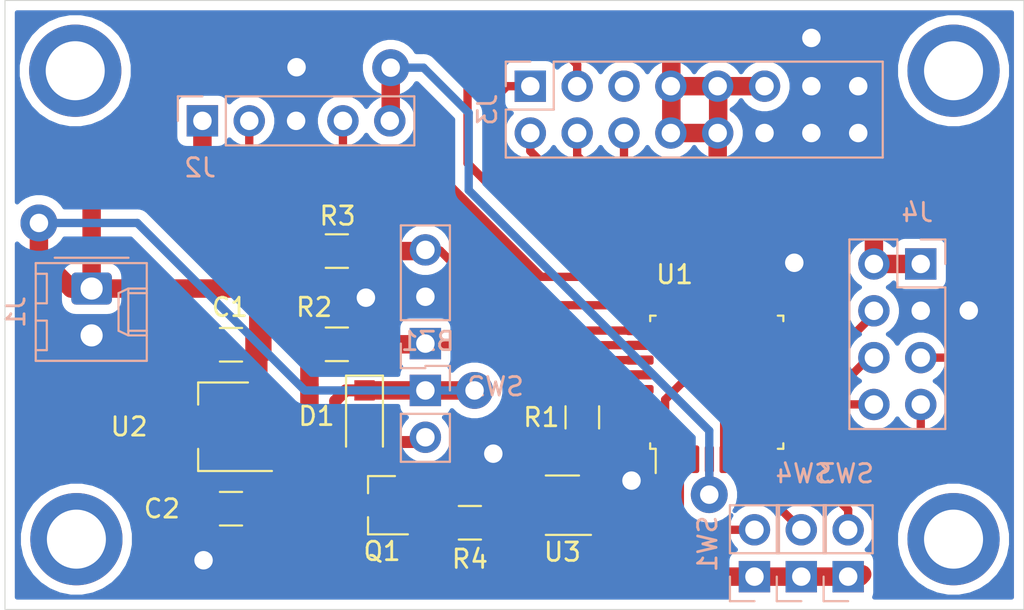
<source format=kicad_pcb>
(kicad_pcb (version 20171130) (host pcbnew "(5.1.5-0-10_14)")

  (general
    (thickness 1.6)
    (drawings 4)
    (tracks 192)
    (zones 0)
    (modules 24)
    (nets 36)
  )

  (page A4)
  (layers
    (0 F.Cu signal)
    (31 B.Cu signal)
    (32 B.Adhes user)
    (33 F.Adhes user)
    (34 B.Paste user)
    (35 F.Paste user)
    (36 B.SilkS user)
    (37 F.SilkS user)
    (38 B.Mask user)
    (39 F.Mask user)
    (40 Dwgs.User user)
    (41 Cmts.User user)
    (42 Eco1.User user)
    (43 Eco2.User user)
    (44 Edge.Cuts user)
    (45 Margin user)
    (46 B.CrtYd user)
    (47 F.CrtYd user)
    (48 B.Fab user hide)
    (49 F.Fab user hide)
  )

  (setup
    (last_trace_width 0.25)
    (user_trace_width 0.45)
    (user_trace_width 0.65)
    (user_trace_width 1)
    (trace_clearance 0.2)
    (zone_clearance 0.508)
    (zone_45_only no)
    (trace_min 0.2)
    (via_size 0.8)
    (via_drill 0.4)
    (via_min_size 0.4)
    (via_min_drill 0.3)
    (user_via 2 1)
    (uvia_size 0.3)
    (uvia_drill 0.1)
    (uvias_allowed no)
    (uvia_min_size 0.2)
    (uvia_min_drill 0.1)
    (edge_width 0.05)
    (segment_width 0.2)
    (pcb_text_width 0.3)
    (pcb_text_size 1.5 1.5)
    (mod_edge_width 0.12)
    (mod_text_size 1 1)
    (mod_text_width 0.15)
    (pad_size 5 5)
    (pad_drill 3.2)
    (pad_to_mask_clearance 0.051)
    (solder_mask_min_width 0.25)
    (aux_axis_origin 0 0)
    (visible_elements FFFFFF7F)
    (pcbplotparams
      (layerselection 0x00000_7fffffff)
      (usegerberextensions false)
      (usegerberattributes false)
      (usegerberadvancedattributes false)
      (creategerberjobfile false)
      (excludeedgelayer true)
      (linewidth 0.100000)
      (plotframeref false)
      (viasonmask false)
      (mode 1)
      (useauxorigin false)
      (hpglpennumber 1)
      (hpglpenspeed 20)
      (hpglpendiameter 15.000000)
      (psnegative true)
      (psa4output false)
      (plotreference true)
      (plotvalue true)
      (plotinvisibletext false)
      (padsonsilk false)
      (subtractmaskfromsilk false)
      (outputformat 5)
      (mirror true)
      (drillshape 2)
      (scaleselection 1)
      (outputdirectory ""))
  )

  (net 0 "")
  (net 1 GNDS)
  (net 2 /LED_Controller_Module/NRST)
  (net 3 /LED_Controller_Module/SWDIO)
  (net 4 /LED_Controller_Module/SWCLK)
  (net 5 "Net-(U1-Pad3)")
  (net 6 +3V3)
  (net 7 VPP)
  (net 8 /LED_PWM_OUT5)
  (net 9 /LED_PWM_OUT4)
  (net 10 /LED_PWM_OUT3)
  (net 11 /LED_PWM_OUT2)
  (net 12 /LED_PWM_OUT1)
  (net 13 /LED_Controller_Module/ENABLE_LED)
  (net 14 "Net-(U1-Pad30)")
  (net 15 "Net-(U1-Pad29)")
  (net 16 "Net-(U1-Pad28)")
  (net 17 "Net-(U1-Pad22)")
  (net 18 "Net-(U1-Pad12)")
  (net 19 "Net-(J3-Pad5)")
  (net 20 /LED_Controller_Module/ENC_A)
  (net 21 /LED_Controller_Module/ENC_B)
  (net 22 "Net-(U1-Pad6)")
  (net 23 /LED_Controller_Module/TFT_SCK)
  (net 24 /LED_Controller_Module/TFT_MOSI)
  (net 25 /LED_Controller_Module/TFT_DC)
  (net 26 /LED_Controller_Module/TFT_RST)
  (net 27 /LED_Controller_Module/TFT_CS)
  (net 28 "Net-(BZ1-Pad2)")
  (net 29 "Net-(Q1-Pad1)")
  (net 30 /LED_Controller_Module/UP_BTN)
  (net 31 /LED_Controller_Module/DOWN_BTN)
  (net 32 /LED_Controller_Module/BUZZER_PWM)
  (net 33 "Net-(U3-Pad1)")
  (net 34 "Net-(R1-Pad1)")
  (net 35 "Net-(R4-Pad2)")

  (net_class Default "This is the default net class."
    (clearance 0.2)
    (trace_width 0.25)
    (via_dia 0.8)
    (via_drill 0.4)
    (uvia_dia 0.3)
    (uvia_drill 0.1)
    (add_net +3V3)
    (add_net /LED_Controller_Module/BUZZER_PWM)
    (add_net /LED_Controller_Module/DOWN_BTN)
    (add_net /LED_Controller_Module/ENABLE_LED)
    (add_net /LED_Controller_Module/ENC_A)
    (add_net /LED_Controller_Module/ENC_B)
    (add_net /LED_Controller_Module/NRST)
    (add_net /LED_Controller_Module/SWCLK)
    (add_net /LED_Controller_Module/SWDIO)
    (add_net /LED_Controller_Module/TFT_CS)
    (add_net /LED_Controller_Module/TFT_DC)
    (add_net /LED_Controller_Module/TFT_MOSI)
    (add_net /LED_Controller_Module/TFT_RST)
    (add_net /LED_Controller_Module/TFT_SCK)
    (add_net /LED_Controller_Module/UP_BTN)
    (add_net /LED_PWM_OUT1)
    (add_net /LED_PWM_OUT2)
    (add_net /LED_PWM_OUT3)
    (add_net /LED_PWM_OUT4)
    (add_net /LED_PWM_OUT5)
    (add_net GNDS)
    (add_net "Net-(BZ1-Pad2)")
    (add_net "Net-(J3-Pad5)")
    (add_net "Net-(Q1-Pad1)")
    (add_net "Net-(R1-Pad1)")
    (add_net "Net-(R4-Pad2)")
    (add_net "Net-(U1-Pad12)")
    (add_net "Net-(U1-Pad22)")
    (add_net "Net-(U1-Pad28)")
    (add_net "Net-(U1-Pad29)")
    (add_net "Net-(U1-Pad3)")
    (add_net "Net-(U1-Pad30)")
    (add_net "Net-(U1-Pad6)")
    (add_net "Net-(U3-Pad1)")
    (add_net VPP)
  )

  (module Resistor_SMD:R_1206_3216Metric_Pad1.42x1.75mm_HandSolder (layer F.Cu) (tedit 5B301BBD) (tstamp 5EF56910)
    (at 129.9845 120.269)
    (descr "Resistor SMD 1206 (3216 Metric), square (rectangular) end terminal, IPC_7351 nominal with elongated pad for handsoldering. (Body size source: http://www.tortai-tech.com/upload/download/2011102023233369053.pdf), generated with kicad-footprint-generator")
    (tags "resistor handsolder")
    (path /5EAB227C/5EF94EF7)
    (attr smd)
    (fp_text reference R4 (at 0 1.9685) (layer F.SilkS)
      (effects (font (size 1 1) (thickness 0.15)))
    )
    (fp_text value 1K (at 0 1.82) (layer F.Fab)
      (effects (font (size 1 1) (thickness 0.15)))
    )
    (fp_text user %R (at 0 0) (layer F.Fab)
      (effects (font (size 0.8 0.8) (thickness 0.12)))
    )
    (fp_line (start 2.45 1.12) (end -2.45 1.12) (layer F.CrtYd) (width 0.05))
    (fp_line (start 2.45 -1.12) (end 2.45 1.12) (layer F.CrtYd) (width 0.05))
    (fp_line (start -2.45 -1.12) (end 2.45 -1.12) (layer F.CrtYd) (width 0.05))
    (fp_line (start -2.45 1.12) (end -2.45 -1.12) (layer F.CrtYd) (width 0.05))
    (fp_line (start -0.602064 0.91) (end 0.602064 0.91) (layer F.SilkS) (width 0.12))
    (fp_line (start -0.602064 -0.91) (end 0.602064 -0.91) (layer F.SilkS) (width 0.12))
    (fp_line (start 1.6 0.8) (end -1.6 0.8) (layer F.Fab) (width 0.1))
    (fp_line (start 1.6 -0.8) (end 1.6 0.8) (layer F.Fab) (width 0.1))
    (fp_line (start -1.6 -0.8) (end 1.6 -0.8) (layer F.Fab) (width 0.1))
    (fp_line (start -1.6 0.8) (end -1.6 -0.8) (layer F.Fab) (width 0.1))
    (pad 2 smd roundrect (at 1.4875 0) (size 1.425 1.75) (layers F.Cu F.Paste F.Mask) (roundrect_rratio 0.175439)
      (net 35 "Net-(R4-Pad2)"))
    (pad 1 smd roundrect (at -1.4875 0) (size 1.425 1.75) (layers F.Cu F.Paste F.Mask) (roundrect_rratio 0.175439)
      (net 29 "Net-(Q1-Pad1)"))
    (model ${KISYS3DMOD}/Resistor_SMD.3dshapes/R_1206_3216Metric.wrl
      (at (xyz 0 0 0))
      (scale (xyz 1 1 1))
      (rotate (xyz 0 0 0))
    )
  )

  (module Resistor_SMD:R_1206_3216Metric_Pad1.42x1.75mm_HandSolder (layer F.Cu) (tedit 5B301BBD) (tstamp 5EF555AF)
    (at 136.0805 114.554 90)
    (descr "Resistor SMD 1206 (3216 Metric), square (rectangular) end terminal, IPC_7351 nominal with elongated pad for handsoldering. (Body size source: http://www.tortai-tech.com/upload/download/2011102023233369053.pdf), generated with kicad-footprint-generator")
    (tags "resistor handsolder")
    (path /5EAB227C/5EF88709)
    (attr smd)
    (fp_text reference R1 (at 0 -2.2225 180) (layer F.SilkS)
      (effects (font (size 1 1) (thickness 0.15)))
    )
    (fp_text value 1K (at 0 1.82 90) (layer F.Fab)
      (effects (font (size 1 1) (thickness 0.15)))
    )
    (fp_text user %R (at 0 0 90) (layer F.Fab)
      (effects (font (size 0.8 0.8) (thickness 0.12)))
    )
    (fp_line (start 2.45 1.12) (end -2.45 1.12) (layer F.CrtYd) (width 0.05))
    (fp_line (start 2.45 -1.12) (end 2.45 1.12) (layer F.CrtYd) (width 0.05))
    (fp_line (start -2.45 -1.12) (end 2.45 -1.12) (layer F.CrtYd) (width 0.05))
    (fp_line (start -2.45 1.12) (end -2.45 -1.12) (layer F.CrtYd) (width 0.05))
    (fp_line (start -0.602064 0.91) (end 0.602064 0.91) (layer F.SilkS) (width 0.12))
    (fp_line (start -0.602064 -0.91) (end 0.602064 -0.91) (layer F.SilkS) (width 0.12))
    (fp_line (start 1.6 0.8) (end -1.6 0.8) (layer F.Fab) (width 0.1))
    (fp_line (start 1.6 -0.8) (end 1.6 0.8) (layer F.Fab) (width 0.1))
    (fp_line (start -1.6 -0.8) (end 1.6 -0.8) (layer F.Fab) (width 0.1))
    (fp_line (start -1.6 0.8) (end -1.6 -0.8) (layer F.Fab) (width 0.1))
    (pad 2 smd roundrect (at 1.4875 0 90) (size 1.425 1.75) (layers F.Cu F.Paste F.Mask) (roundrect_rratio 0.175439)
      (net 32 /LED_Controller_Module/BUZZER_PWM))
    (pad 1 smd roundrect (at -1.4875 0 90) (size 1.425 1.75) (layers F.Cu F.Paste F.Mask) (roundrect_rratio 0.175439)
      (net 34 "Net-(R1-Pad1)"))
    (model ${KISYS3DMOD}/Resistor_SMD.3dshapes/R_1206_3216Metric.wrl
      (at (xyz 0 0 0))
      (scale (xyz 1 1 1))
      (rotate (xyz 0 0 0))
    )
  )

  (module Connector_Molex:Molex_KK-254_AE-6410-02A_1x02_P2.54mm_Vertical (layer B.Cu) (tedit 5B78013E) (tstamp 5EA4C411)
    (at 109.474 107.569 270)
    (descr "Molex KK-254 Interconnect System, old/engineering part number: AE-6410-02A example for new part number: 22-27-2021, 2 Pins (http://www.molex.com/pdm_docs/sd/022272021_sd.pdf), generated with kicad-footprint-generator")
    (tags "connector Molex KK-254 side entry")
    (path /5EAB227C/5EA63BAE)
    (fp_text reference J1 (at 1.27 4.12 90) (layer B.SilkS)
      (effects (font (size 1 1) (thickness 0.15)) (justify mirror))
    )
    (fp_text value Barrel_Jack (at 1.27 -4.08 90) (layer B.Fab)
      (effects (font (size 1 1) (thickness 0.15)) (justify mirror))
    )
    (fp_text user %R (at 1.27 2.22 90) (layer B.Fab)
      (effects (font (size 1 1) (thickness 0.15)) (justify mirror))
    )
    (fp_line (start 4.31 3.42) (end -1.77 3.42) (layer B.CrtYd) (width 0.05))
    (fp_line (start 4.31 -3.38) (end 4.31 3.42) (layer B.CrtYd) (width 0.05))
    (fp_line (start -1.77 -3.38) (end 4.31 -3.38) (layer B.CrtYd) (width 0.05))
    (fp_line (start -1.77 3.42) (end -1.77 -3.38) (layer B.CrtYd) (width 0.05))
    (fp_line (start 3.34 2.43) (end 3.34 3.03) (layer B.SilkS) (width 0.12))
    (fp_line (start 1.74 2.43) (end 3.34 2.43) (layer B.SilkS) (width 0.12))
    (fp_line (start 1.74 3.03) (end 1.74 2.43) (layer B.SilkS) (width 0.12))
    (fp_line (start 0.8 2.43) (end 0.8 3.03) (layer B.SilkS) (width 0.12))
    (fp_line (start -0.8 2.43) (end 0.8 2.43) (layer B.SilkS) (width 0.12))
    (fp_line (start -0.8 3.03) (end -0.8 2.43) (layer B.SilkS) (width 0.12))
    (fp_line (start 2.29 -2.99) (end 2.29 -1.99) (layer B.SilkS) (width 0.12))
    (fp_line (start 0.25 -2.99) (end 0.25 -1.99) (layer B.SilkS) (width 0.12))
    (fp_line (start 2.29 -1.46) (end 2.54 -1.99) (layer B.SilkS) (width 0.12))
    (fp_line (start 0.25 -1.46) (end 2.29 -1.46) (layer B.SilkS) (width 0.12))
    (fp_line (start 0 -1.99) (end 0.25 -1.46) (layer B.SilkS) (width 0.12))
    (fp_line (start 2.54 -1.99) (end 2.54 -2.99) (layer B.SilkS) (width 0.12))
    (fp_line (start 0 -1.99) (end 2.54 -1.99) (layer B.SilkS) (width 0.12))
    (fp_line (start 0 -2.99) (end 0 -1.99) (layer B.SilkS) (width 0.12))
    (fp_line (start -0.562893 0) (end -1.27 -0.5) (layer B.Fab) (width 0.1))
    (fp_line (start -1.27 0.5) (end -0.562893 0) (layer B.Fab) (width 0.1))
    (fp_line (start -1.67 2) (end -1.67 -2) (layer B.SilkS) (width 0.12))
    (fp_line (start 3.92 3.03) (end -1.38 3.03) (layer B.SilkS) (width 0.12))
    (fp_line (start 3.92 -2.99) (end 3.92 3.03) (layer B.SilkS) (width 0.12))
    (fp_line (start -1.38 -2.99) (end 3.92 -2.99) (layer B.SilkS) (width 0.12))
    (fp_line (start -1.38 3.03) (end -1.38 -2.99) (layer B.SilkS) (width 0.12))
    (fp_line (start 3.81 2.92) (end -1.27 2.92) (layer B.Fab) (width 0.1))
    (fp_line (start 3.81 -2.88) (end 3.81 2.92) (layer B.Fab) (width 0.1))
    (fp_line (start -1.27 -2.88) (end 3.81 -2.88) (layer B.Fab) (width 0.1))
    (fp_line (start -1.27 2.92) (end -1.27 -2.88) (layer B.Fab) (width 0.1))
    (pad 2 thru_hole oval (at 2.54 0 270) (size 1.74 2.2) (drill 1.2) (layers *.Cu *.Mask)
      (net 1 GNDS))
    (pad 1 thru_hole roundrect (at 0 0 270) (size 1.74 2.2) (drill 1.2) (layers *.Cu *.Mask) (roundrect_rratio 0.143678)
      (net 7 VPP))
    (model ${KISYS3DMOD}/Connector_Molex.3dshapes/Molex_KK-254_AE-6410-02A_1x02_P2.54mm_Vertical.wrl
      (at (xyz 0 0 0))
      (scale (xyz 1 1 1))
      (rotate (xyz 0 0 0))
    )
  )

  (module Package_TO_SOT_SMD:SOT-23-5 (layer F.Cu) (tedit 5A02FF57) (tstamp 5EF2BC15)
    (at 135.001 119.3165 180)
    (descr "5-pin SOT23 package")
    (tags SOT-23-5)
    (path /5EAB227C/5EF2A524)
    (attr smd)
    (fp_text reference U3 (at 0 -2.54) (layer F.SilkS)
      (effects (font (size 1 1) (thickness 0.15)))
    )
    (fp_text value MCP1416 (at 0 2.9) (layer F.Fab)
      (effects (font (size 1 1) (thickness 0.15)))
    )
    (fp_text user %R (at 0 0 90) (layer F.Fab)
      (effects (font (size 0.5 0.5) (thickness 0.075)))
    )
    (fp_line (start -0.9 1.61) (end 0.9 1.61) (layer F.SilkS) (width 0.12))
    (fp_line (start 0.9 -1.61) (end -1.55 -1.61) (layer F.SilkS) (width 0.12))
    (fp_line (start -1.9 -1.8) (end 1.9 -1.8) (layer F.CrtYd) (width 0.05))
    (fp_line (start 1.9 -1.8) (end 1.9 1.8) (layer F.CrtYd) (width 0.05))
    (fp_line (start 1.9 1.8) (end -1.9 1.8) (layer F.CrtYd) (width 0.05))
    (fp_line (start -1.9 1.8) (end -1.9 -1.8) (layer F.CrtYd) (width 0.05))
    (fp_line (start -0.9 -0.9) (end -0.25 -1.55) (layer F.Fab) (width 0.1))
    (fp_line (start 0.9 -1.55) (end -0.25 -1.55) (layer F.Fab) (width 0.1))
    (fp_line (start -0.9 -0.9) (end -0.9 1.55) (layer F.Fab) (width 0.1))
    (fp_line (start 0.9 1.55) (end -0.9 1.55) (layer F.Fab) (width 0.1))
    (fp_line (start 0.9 -1.55) (end 0.9 1.55) (layer F.Fab) (width 0.1))
    (pad 5 smd rect (at 1.1 -0.95 180) (size 1.06 0.65) (layers F.Cu F.Paste F.Mask)
      (net 35 "Net-(R4-Pad2)"))
    (pad 4 smd rect (at 1.1 0.95 180) (size 1.06 0.65) (layers F.Cu F.Paste F.Mask)
      (net 1 GNDS))
    (pad 3 smd rect (at -1.1 0.95 180) (size 1.06 0.65) (layers F.Cu F.Paste F.Mask)
      (net 34 "Net-(R1-Pad1)"))
    (pad 2 smd rect (at -1.1 0 180) (size 1.06 0.65) (layers F.Cu F.Paste F.Mask)
      (net 7 VPP))
    (pad 1 smd rect (at -1.1 -0.95 180) (size 1.06 0.65) (layers F.Cu F.Paste F.Mask)
      (net 33 "Net-(U3-Pad1)"))
    (model ${KISYS3DMOD}/Package_TO_SOT_SMD.3dshapes/SOT-23-5.wrl
      (at (xyz 0 0 0))
      (scale (xyz 1 1 1))
      (rotate (xyz 0 0 0))
    )
  )

  (module Connector_PinHeader_2.54mm:PinHeader_1x02_P2.54mm_Vertical locked (layer B.Cu) (tedit 59FED5CC) (tstamp 5EF2BB3E)
    (at 147.955 123.19)
    (descr "Through hole straight pin header, 1x02, 2.54mm pitch, single row")
    (tags "Through hole pin header THT 1x02 2.54mm single row")
    (path /5EAB227C/5EF795B5)
    (fp_text reference SW4 (at 0.127 -5.588) (layer B.SilkS)
      (effects (font (size 1 1) (thickness 0.15)) (justify mirror))
    )
    (fp_text value SW_SPST (at 0 -4.87) (layer B.Fab)
      (effects (font (size 1 1) (thickness 0.15)) (justify mirror))
    )
    (fp_text user %R (at 0 -1.27 -90) (layer B.Fab)
      (effects (font (size 1 1) (thickness 0.15)) (justify mirror))
    )
    (fp_line (start -0.635 1.27) (end 1.27 1.27) (layer B.Fab) (width 0.1))
    (fp_line (start 1.27 1.27) (end 1.27 -3.81) (layer B.Fab) (width 0.1))
    (fp_line (start 1.27 -3.81) (end -1.27 -3.81) (layer B.Fab) (width 0.1))
    (fp_line (start -1.27 -3.81) (end -1.27 0.635) (layer B.Fab) (width 0.1))
    (fp_line (start -1.27 0.635) (end -0.635 1.27) (layer B.Fab) (width 0.1))
    (fp_line (start -1.33 -3.87) (end 1.33 -3.87) (layer B.SilkS) (width 0.12))
    (fp_line (start -1.33 -1.27) (end -1.33 -3.87) (layer B.SilkS) (width 0.12))
    (fp_line (start 1.33 -1.27) (end 1.33 -3.87) (layer B.SilkS) (width 0.12))
    (fp_line (start -1.33 -1.27) (end 1.33 -1.27) (layer B.SilkS) (width 0.12))
    (fp_line (start -1.33 0) (end -1.33 1.33) (layer B.SilkS) (width 0.12))
    (fp_line (start -1.33 1.33) (end 0 1.33) (layer B.SilkS) (width 0.12))
    (fp_line (start -1.8 1.8) (end -1.8 -4.35) (layer B.CrtYd) (width 0.05))
    (fp_line (start -1.8 -4.35) (end 1.8 -4.35) (layer B.CrtYd) (width 0.05))
    (fp_line (start 1.8 -4.35) (end 1.8 1.8) (layer B.CrtYd) (width 0.05))
    (fp_line (start 1.8 1.8) (end -1.8 1.8) (layer B.CrtYd) (width 0.05))
    (pad 2 thru_hole oval (at 0 -2.54) (size 1.7 1.7) (drill 1) (layers *.Cu *.Mask)
      (net 31 /LED_Controller_Module/DOWN_BTN))
    (pad 1 thru_hole rect (at 0 0) (size 1.7 1.7) (drill 1) (layers *.Cu *.Mask)
      (net 6 +3V3))
    (model ${KISYS3DMOD}/Connector_PinHeader_2.54mm.3dshapes/PinHeader_1x02_P2.54mm_Vertical.wrl
      (at (xyz 0 0 0))
      (scale (xyz 1 1 1))
      (rotate (xyz 0 0 0))
    )
  )

  (module Package_TO_SOT_SMD:SOT-23 (layer F.Cu) (tedit 5A02FF57) (tstamp 5EF2BA28)
    (at 125.222 119.3165 180)
    (descr "SOT-23, Standard")
    (tags SOT-23)
    (path /5EAB227C/5EF2B431)
    (attr smd)
    (fp_text reference Q1 (at 0 -2.5) (layer F.SilkS)
      (effects (font (size 1 1) (thickness 0.15)))
    )
    (fp_text value MMBT3904 (at 0 2.5) (layer F.Fab)
      (effects (font (size 1 1) (thickness 0.15)))
    )
    (fp_text user %R (at 0 0 90) (layer F.Fab)
      (effects (font (size 0.5 0.5) (thickness 0.075)))
    )
    (fp_line (start -0.7 -0.95) (end -0.7 1.5) (layer F.Fab) (width 0.1))
    (fp_line (start -0.15 -1.52) (end 0.7 -1.52) (layer F.Fab) (width 0.1))
    (fp_line (start -0.7 -0.95) (end -0.15 -1.52) (layer F.Fab) (width 0.1))
    (fp_line (start 0.7 -1.52) (end 0.7 1.52) (layer F.Fab) (width 0.1))
    (fp_line (start -0.7 1.52) (end 0.7 1.52) (layer F.Fab) (width 0.1))
    (fp_line (start 0.76 1.58) (end 0.76 0.65) (layer F.SilkS) (width 0.12))
    (fp_line (start 0.76 -1.58) (end 0.76 -0.65) (layer F.SilkS) (width 0.12))
    (fp_line (start -1.7 -1.75) (end 1.7 -1.75) (layer F.CrtYd) (width 0.05))
    (fp_line (start 1.7 -1.75) (end 1.7 1.75) (layer F.CrtYd) (width 0.05))
    (fp_line (start 1.7 1.75) (end -1.7 1.75) (layer F.CrtYd) (width 0.05))
    (fp_line (start -1.7 1.75) (end -1.7 -1.75) (layer F.CrtYd) (width 0.05))
    (fp_line (start 0.76 -1.58) (end -1.4 -1.58) (layer F.SilkS) (width 0.12))
    (fp_line (start 0.76 1.58) (end -0.7 1.58) (layer F.SilkS) (width 0.12))
    (pad 3 smd rect (at 1 0 180) (size 0.9 0.8) (layers F.Cu F.Paste F.Mask)
      (net 28 "Net-(BZ1-Pad2)"))
    (pad 2 smd rect (at -1 0.95 180) (size 0.9 0.8) (layers F.Cu F.Paste F.Mask)
      (net 1 GNDS))
    (pad 1 smd rect (at -1 -0.95 180) (size 0.9 0.8) (layers F.Cu F.Paste F.Mask)
      (net 29 "Net-(Q1-Pad1)"))
    (model ${KISYS3DMOD}/Package_TO_SOT_SMD.3dshapes/SOT-23.wrl
      (at (xyz 0 0 0))
      (scale (xyz 1 1 1))
      (rotate (xyz 0 0 0))
    )
  )

  (module Diode_SMD:D_SOD-123F (layer F.Cu) (tedit 587F7769) (tstamp 5EF2B90D)
    (at 124.2695 114.4905 270)
    (descr D_SOD-123F)
    (tags D_SOD-123F)
    (path /5EAB227C/5EF4FFE8)
    (attr smd)
    (fp_text reference D1 (at 0 2.6035 180) (layer F.SilkS)
      (effects (font (size 1 1) (thickness 0.15)))
    )
    (fp_text value D (at 0 2.1 90) (layer F.Fab)
      (effects (font (size 1 1) (thickness 0.15)))
    )
    (fp_text user %R (at -0.127 -1.905 90) (layer F.Fab)
      (effects (font (size 1 1) (thickness 0.15)))
    )
    (fp_line (start -2.2 -1) (end -2.2 1) (layer F.SilkS) (width 0.12))
    (fp_line (start 0.25 0) (end 0.75 0) (layer F.Fab) (width 0.1))
    (fp_line (start 0.25 0.4) (end -0.35 0) (layer F.Fab) (width 0.1))
    (fp_line (start 0.25 -0.4) (end 0.25 0.4) (layer F.Fab) (width 0.1))
    (fp_line (start -0.35 0) (end 0.25 -0.4) (layer F.Fab) (width 0.1))
    (fp_line (start -0.35 0) (end -0.35 0.55) (layer F.Fab) (width 0.1))
    (fp_line (start -0.35 0) (end -0.35 -0.55) (layer F.Fab) (width 0.1))
    (fp_line (start -0.75 0) (end -0.35 0) (layer F.Fab) (width 0.1))
    (fp_line (start -1.4 0.9) (end -1.4 -0.9) (layer F.Fab) (width 0.1))
    (fp_line (start 1.4 0.9) (end -1.4 0.9) (layer F.Fab) (width 0.1))
    (fp_line (start 1.4 -0.9) (end 1.4 0.9) (layer F.Fab) (width 0.1))
    (fp_line (start -1.4 -0.9) (end 1.4 -0.9) (layer F.Fab) (width 0.1))
    (fp_line (start -2.2 -1.15) (end 2.2 -1.15) (layer F.CrtYd) (width 0.05))
    (fp_line (start 2.2 -1.15) (end 2.2 1.15) (layer F.CrtYd) (width 0.05))
    (fp_line (start 2.2 1.15) (end -2.2 1.15) (layer F.CrtYd) (width 0.05))
    (fp_line (start -2.2 -1.15) (end -2.2 1.15) (layer F.CrtYd) (width 0.05))
    (fp_line (start -2.2 1) (end 1.65 1) (layer F.SilkS) (width 0.12))
    (fp_line (start -2.2 -1) (end 1.65 -1) (layer F.SilkS) (width 0.12))
    (pad 2 smd rect (at 1.4 0 270) (size 1.1 1.1) (layers F.Cu F.Paste F.Mask)
      (net 28 "Net-(BZ1-Pad2)"))
    (pad 1 smd rect (at -1.4 0 270) (size 1.1 1.1) (layers F.Cu F.Paste F.Mask)
      (net 7 VPP))
    (model ${KISYS3DMOD}/Diode_SMD.3dshapes/D_SOD-123F.wrl
      (at (xyz 0 0 0))
      (scale (xyz 1 1 1))
      (rotate (xyz 0 0 0))
    )
  )

  (module Connector_PinHeader_2.54mm:PinHeader_1x02_P2.54mm_Vertical locked (layer B.Cu) (tedit 59FED5CC) (tstamp 5EF2B8B4)
    (at 127.5715 113.0935 180)
    (descr "Through hole straight pin header, 1x02, 2.54mm pitch, single row")
    (tags "Through hole pin header THT 1x02 2.54mm single row")
    (path /5EAB227C/5EF2925A)
    (fp_text reference BZ1 (at -0.127 2.667) (layer B.SilkS)
      (effects (font (size 1 1) (thickness 0.15)) (justify mirror))
    )
    (fp_text value Buzzer (at 0 -4.87) (layer B.Fab)
      (effects (font (size 1 1) (thickness 0.15)) (justify mirror))
    )
    (fp_text user %R (at 0 -1.27 270) (layer B.Fab)
      (effects (font (size 1 1) (thickness 0.15)) (justify mirror))
    )
    (fp_line (start -0.635 1.27) (end 1.27 1.27) (layer B.Fab) (width 0.1))
    (fp_line (start 1.27 1.27) (end 1.27 -3.81) (layer B.Fab) (width 0.1))
    (fp_line (start 1.27 -3.81) (end -1.27 -3.81) (layer B.Fab) (width 0.1))
    (fp_line (start -1.27 -3.81) (end -1.27 0.635) (layer B.Fab) (width 0.1))
    (fp_line (start -1.27 0.635) (end -0.635 1.27) (layer B.Fab) (width 0.1))
    (fp_line (start -1.33 -3.87) (end 1.33 -3.87) (layer B.SilkS) (width 0.12))
    (fp_line (start -1.33 -1.27) (end -1.33 -3.87) (layer B.SilkS) (width 0.12))
    (fp_line (start 1.33 -1.27) (end 1.33 -3.87) (layer B.SilkS) (width 0.12))
    (fp_line (start -1.33 -1.27) (end 1.33 -1.27) (layer B.SilkS) (width 0.12))
    (fp_line (start -1.33 0) (end -1.33 1.33) (layer B.SilkS) (width 0.12))
    (fp_line (start -1.33 1.33) (end 0 1.33) (layer B.SilkS) (width 0.12))
    (fp_line (start -1.8 1.8) (end -1.8 -4.35) (layer B.CrtYd) (width 0.05))
    (fp_line (start -1.8 -4.35) (end 1.8 -4.35) (layer B.CrtYd) (width 0.05))
    (fp_line (start 1.8 -4.35) (end 1.8 1.8) (layer B.CrtYd) (width 0.05))
    (fp_line (start 1.8 1.8) (end -1.8 1.8) (layer B.CrtYd) (width 0.05))
    (pad 2 thru_hole oval (at 0 -2.54 180) (size 1.7 1.7) (drill 1) (layers *.Cu *.Mask)
      (net 28 "Net-(BZ1-Pad2)"))
    (pad 1 thru_hole rect (at 0 0 180) (size 1.7 1.7) (drill 1) (layers *.Cu *.Mask)
      (net 7 VPP))
    (model ${KISYS3DMOD}/Connector_PinHeader_2.54mm.3dshapes/PinHeader_1x02_P2.54mm_Vertical.wrl
      (at (xyz 0 0 0))
      (scale (xyz 1 1 1))
      (rotate (xyz 0 0 0))
    )
  )

  (module Connector_PinHeader_2.54mm:PinHeader_1x02_P2.54mm_Vertical locked (layer B.Cu) (tedit 59FED5CC) (tstamp 5EF51810)
    (at 150.495 123.19)
    (descr "Through hole straight pin header, 1x02, 2.54mm pitch, single row")
    (tags "Through hole pin header THT 1x02 2.54mm single row")
    (path /5EAB227C/5EFC8DE0)
    (fp_text reference SW3 (at -0.127 -5.588 180) (layer B.SilkS)
      (effects (font (size 1 1) (thickness 0.15)) (justify mirror))
    )
    (fp_text value SW_SPST (at 0 -4.87) (layer B.Fab)
      (effects (font (size 1 1) (thickness 0.15)) (justify mirror))
    )
    (fp_line (start -0.635 1.27) (end 1.27 1.27) (layer B.Fab) (width 0.1))
    (fp_line (start 1.27 1.27) (end 1.27 -3.81) (layer B.Fab) (width 0.1))
    (fp_line (start 1.27 -3.81) (end -1.27 -3.81) (layer B.Fab) (width 0.1))
    (fp_line (start -1.27 -3.81) (end -1.27 0.635) (layer B.Fab) (width 0.1))
    (fp_line (start -1.27 0.635) (end -0.635 1.27) (layer B.Fab) (width 0.1))
    (fp_line (start -1.33 -3.87) (end 1.33 -3.87) (layer B.SilkS) (width 0.12))
    (fp_line (start -1.33 -1.27) (end -1.33 -3.87) (layer B.SilkS) (width 0.12))
    (fp_line (start 1.33 -1.27) (end 1.33 -3.87) (layer B.SilkS) (width 0.12))
    (fp_line (start -1.33 -1.27) (end 1.33 -1.27) (layer B.SilkS) (width 0.12))
    (fp_line (start -1.33 0) (end -1.33 1.33) (layer B.SilkS) (width 0.12))
    (fp_line (start -1.33 1.33) (end 0 1.33) (layer B.SilkS) (width 0.12))
    (fp_line (start -1.8 1.8) (end -1.8 -4.35) (layer B.CrtYd) (width 0.05))
    (fp_line (start -1.8 -4.35) (end 1.8 -4.35) (layer B.CrtYd) (width 0.05))
    (fp_line (start 1.8 -4.35) (end 1.8 1.8) (layer B.CrtYd) (width 0.05))
    (fp_line (start 1.8 1.8) (end -1.8 1.8) (layer B.CrtYd) (width 0.05))
    (fp_text user %R (at 0 -1.27 270) (layer B.Fab)
      (effects (font (size 1 1) (thickness 0.15)) (justify mirror))
    )
    (pad 2 thru_hole oval (at 0 -2.54) (size 1.7 1.7) (drill 1) (layers *.Cu *.Mask)
      (net 30 /LED_Controller_Module/UP_BTN))
    (pad 1 thru_hole rect (at 0 0) (size 1.7 1.7) (drill 1) (layers *.Cu *.Mask)
      (net 6 +3V3))
    (model ${KISYS3DMOD}/Connector_PinHeader_2.54mm.3dshapes/PinHeader_1x02_P2.54mm_Vertical.wrl
      (at (xyz 0 0 0))
      (scale (xyz 1 1 1))
      (rotate (xyz 0 0 0))
    )
  )

  (module Connector_PinHeader_2.54mm:PinHeader_1x02_P2.54mm_Vertical locked (layer B.Cu) (tedit 59FED5CC) (tstamp 5EEE78F7)
    (at 145.415 123.19)
    (descr "Through hole straight pin header, 1x02, 2.54mm pitch, single row")
    (tags "Through hole pin header THT 1x02 2.54mm single row")
    (path /5EAB227C/5EA63B65)
    (fp_text reference SW1 (at -2.54 -1.778 90) (layer B.SilkS)
      (effects (font (size 1 1) (thickness 0.15)) (justify mirror))
    )
    (fp_text value SW_SPST (at 0 -4.87 180) (layer B.Fab)
      (effects (font (size 1 1) (thickness 0.15)) (justify mirror))
    )
    (fp_line (start -0.635 1.27) (end 1.27 1.27) (layer B.Fab) (width 0.1))
    (fp_line (start 1.27 1.27) (end 1.27 -3.81) (layer B.Fab) (width 0.1))
    (fp_line (start 1.27 -3.81) (end -1.27 -3.81) (layer B.Fab) (width 0.1))
    (fp_line (start -1.27 -3.81) (end -1.27 0.635) (layer B.Fab) (width 0.1))
    (fp_line (start -1.27 0.635) (end -0.635 1.27) (layer B.Fab) (width 0.1))
    (fp_line (start -1.33 -3.87) (end 1.33 -3.87) (layer B.SilkS) (width 0.12))
    (fp_line (start -1.33 -1.27) (end -1.33 -3.87) (layer B.SilkS) (width 0.12))
    (fp_line (start 1.33 -1.27) (end 1.33 -3.87) (layer B.SilkS) (width 0.12))
    (fp_line (start -1.33 -1.27) (end 1.33 -1.27) (layer B.SilkS) (width 0.12))
    (fp_line (start -1.33 0) (end -1.33 1.33) (layer B.SilkS) (width 0.12))
    (fp_line (start -1.33 1.33) (end 0 1.33) (layer B.SilkS) (width 0.12))
    (fp_line (start -1.8 1.8) (end -1.8 -4.35) (layer B.CrtYd) (width 0.05))
    (fp_line (start -1.8 -4.35) (end 1.8 -4.35) (layer B.CrtYd) (width 0.05))
    (fp_line (start 1.8 -4.35) (end 1.8 1.8) (layer B.CrtYd) (width 0.05))
    (fp_line (start 1.8 1.8) (end -1.8 1.8) (layer B.CrtYd) (width 0.05))
    (fp_text user %R (at 0 -1.27 90) (layer B.Fab)
      (effects (font (size 1 1) (thickness 0.15)) (justify mirror))
    )
    (pad 2 thru_hole oval (at 0 -2.54) (size 1.7 1.7) (drill 1) (layers *.Cu *.Mask)
      (net 13 /LED_Controller_Module/ENABLE_LED))
    (pad 1 thru_hole rect (at 0 0) (size 1.7 1.7) (drill 1) (layers *.Cu *.Mask)
      (net 6 +3V3))
    (model ${KISYS3DMOD}/Connector_PinHeader_2.54mm.3dshapes/PinHeader_1x02_P2.54mm_Vertical.wrl
      (at (xyz 0 0 0))
      (scale (xyz 1 1 1))
      (rotate (xyz 0 0 0))
    )
  )

  (module Connector_PinHeader_2.54mm:PinHeader_2x04_P2.54mm_Vertical (layer B.Cu) (tedit 59FED5CC) (tstamp 5EEE9A41)
    (at 154.432 106.2355 180)
    (descr "Through hole straight pin header, 2x04, 2.54mm pitch, double rows")
    (tags "Through hole pin header THT 2x04 2.54mm double row")
    (path /5EAB227C/5EF002F8)
    (fp_text reference J4 (at 0.1905 2.794) (layer B.SilkS)
      (effects (font (size 1 1) (thickness 0.15)) (justify mirror))
    )
    (fp_text value Conn_02x04_Odd_Even (at 1.27 -9.95) (layer B.Fab)
      (effects (font (size 1 1) (thickness 0.15)) (justify mirror))
    )
    (fp_line (start 0 1.27) (end 3.81 1.27) (layer B.Fab) (width 0.1))
    (fp_line (start 3.81 1.27) (end 3.81 -8.89) (layer B.Fab) (width 0.1))
    (fp_line (start 3.81 -8.89) (end -1.27 -8.89) (layer B.Fab) (width 0.1))
    (fp_line (start -1.27 -8.89) (end -1.27 0) (layer B.Fab) (width 0.1))
    (fp_line (start -1.27 0) (end 0 1.27) (layer B.Fab) (width 0.1))
    (fp_line (start -1.33 -8.95) (end 3.87 -8.95) (layer B.SilkS) (width 0.12))
    (fp_line (start -1.33 -1.27) (end -1.33 -8.95) (layer B.SilkS) (width 0.12))
    (fp_line (start 3.87 1.33) (end 3.87 -8.95) (layer B.SilkS) (width 0.12))
    (fp_line (start -1.33 -1.27) (end 1.27 -1.27) (layer B.SilkS) (width 0.12))
    (fp_line (start 1.27 -1.27) (end 1.27 1.33) (layer B.SilkS) (width 0.12))
    (fp_line (start 1.27 1.33) (end 3.87 1.33) (layer B.SilkS) (width 0.12))
    (fp_line (start -1.33 0) (end -1.33 1.33) (layer B.SilkS) (width 0.12))
    (fp_line (start -1.33 1.33) (end 0 1.33) (layer B.SilkS) (width 0.12))
    (fp_line (start -1.8 1.8) (end -1.8 -9.4) (layer B.CrtYd) (width 0.05))
    (fp_line (start -1.8 -9.4) (end 4.35 -9.4) (layer B.CrtYd) (width 0.05))
    (fp_line (start 4.35 -9.4) (end 4.35 1.8) (layer B.CrtYd) (width 0.05))
    (fp_line (start 4.35 1.8) (end -1.8 1.8) (layer B.CrtYd) (width 0.05))
    (fp_text user %R (at 1.27 -3.81 270) (layer B.Fab)
      (effects (font (size 1 1) (thickness 0.15)) (justify mirror))
    )
    (pad 8 thru_hole oval (at 2.54 -7.62 180) (size 1.7 1.7) (drill 1) (layers *.Cu *.Mask)
      (net 23 /LED_Controller_Module/TFT_SCK))
    (pad 7 thru_hole oval (at 0 -7.62 180) (size 1.7 1.7) (drill 1) (layers *.Cu *.Mask)
      (net 25 /LED_Controller_Module/TFT_DC))
    (pad 6 thru_hole oval (at 2.54 -5.08 180) (size 1.7 1.7) (drill 1) (layers *.Cu *.Mask)
      (net 24 /LED_Controller_Module/TFT_MOSI))
    (pad 5 thru_hole oval (at 0 -5.08 180) (size 1.7 1.7) (drill 1) (layers *.Cu *.Mask)
      (net 27 /LED_Controller_Module/TFT_CS))
    (pad 4 thru_hole oval (at 2.54 -2.54 180) (size 1.7 1.7) (drill 1) (layers *.Cu *.Mask)
      (net 26 /LED_Controller_Module/TFT_RST))
    (pad 3 thru_hole oval (at 0 -2.54 180) (size 1.7 1.7) (drill 1) (layers *.Cu *.Mask)
      (net 1 GNDS))
    (pad 2 thru_hole oval (at 2.54 0 180) (size 1.7 1.7) (drill 1) (layers *.Cu *.Mask)
      (net 7 VPP))
    (pad 1 thru_hole rect (at 0 0 180) (size 1.7 1.7) (drill 1) (layers *.Cu *.Mask)
      (net 7 VPP))
    (model ${KISYS3DMOD}/Connector_PinHeader_2.54mm.3dshapes/PinHeader_2x04_P2.54mm_Vertical.wrl
      (at (xyz 0 0 0))
      (scale (xyz 1 1 1))
      (rotate (xyz 0 0 0))
    )
  )

  (module MountingHole:MountingHole_3.2mm_M3 locked (layer F.Cu) (tedit 5EADF53D) (tstamp 5EAEE5C1)
    (at 156.21 95.758 180)
    (descr "Mounting Hole 3.2mm, no annular, M3")
    (tags "mounting hole 3.2mm no annular m3")
    (attr virtual)
    (fp_text reference REF** (at 0 -4.2) (layer F.SilkS) hide
      (effects (font (size 1 1) (thickness 0.15)))
    )
    (fp_text value MountingHole_3.2mm_M3 (at 0 4.2) (layer F.Fab)
      (effects (font (size 1 1) (thickness 0.15)))
    )
    (fp_circle (center 0 0) (end 3.2 0) (layer Cmts.User) (width 0.15))
    (fp_circle (center 0 0) (end 3.45 0) (layer F.CrtYd) (width 0.05))
    (fp_text user %R (at 0.3 0) (layer F.Fab)
      (effects (font (size 1 1) (thickness 0.15)))
    )
    (pad "" np_thru_hole circle (at 0 0 180) (size 5 5) (drill 3.2) (layers *.Cu *.Mask))
  )

  (module MountingHole:MountingHole_3.2mm_M3 locked (layer F.Cu) (tedit 5EADF570) (tstamp 5EAEDBF4)
    (at 108.6485 121.158 180)
    (descr "Mounting Hole 3.2mm, no annular, M3")
    (tags "mounting hole 3.2mm no annular m3")
    (attr virtual)
    (fp_text reference REF** (at 10.16 -1.27) (layer F.SilkS) hide
      (effects (font (size 1 1) (thickness 0.15)))
    )
    (fp_text value MountingHole_3.2mm_M3 (at 0 4.2) (layer F.Fab)
      (effects (font (size 1 1) (thickness 0.15)))
    )
    (fp_circle (center 0 0) (end 3.45 0) (layer F.CrtYd) (width 0.05))
    (fp_circle (center 0 0) (end 3.2 0) (layer Cmts.User) (width 0.15))
    (fp_text user %R (at 0.3 0) (layer F.Fab)
      (effects (font (size 1 1) (thickness 0.15)))
    )
    (pad "" np_thru_hole circle (at 0 0 180) (size 5 5) (drill 3.2) (layers *.Cu *.Mask))
  )

  (module MountingHole:MountingHole_3.2mm_M3 locked (layer F.Cu) (tedit 5EADF520) (tstamp 5EAEC8F7)
    (at 156.21 121.158 180)
    (descr "Mounting Hole 3.2mm, no annular, M3")
    (tags "mounting hole 3.2mm no annular m3")
    (attr virtual)
    (fp_text reference REF** (at 0 -4.2) (layer F.SilkS) hide
      (effects (font (size 1 1) (thickness 0.15)))
    )
    (fp_text value MountingHole_3.2mm_M3 (at 0 4.2) (layer F.Fab)
      (effects (font (size 1 1) (thickness 0.15)))
    )
    (fp_circle (center 0 0) (end 3.45 0) (layer F.CrtYd) (width 0.05))
    (fp_circle (center 0 0) (end 3.2 0) (layer Cmts.User) (width 0.15))
    (fp_text user %R (at 0.3 0) (layer F.Fab)
      (effects (font (size 1 1) (thickness 0.15)))
    )
    (pad "" np_thru_hole circle (at 0 0 180) (size 5 5) (drill 3.2) (layers *.Cu *.Mask))
  )

  (module MountingHole:MountingHole_3.2mm_M3 locked (layer F.Cu) (tedit 5EADF54B) (tstamp 5EAEC879)
    (at 108.585 95.758 180)
    (descr "Mounting Hole 3.2mm, no annular, M3")
    (tags "mounting hole 3.2mm no annular m3")
    (attr virtual)
    (fp_text reference REF** (at 10.16 -1.27) (layer F.SilkS) hide
      (effects (font (size 1 1) (thickness 0.15)))
    )
    (fp_text value MountingHole_3.2mm_M3 (at 0 4.2) (layer F.Fab)
      (effects (font (size 1 1) (thickness 0.15)))
    )
    (fp_circle (center 0 0) (end 3.2 0) (layer Cmts.User) (width 0.15))
    (fp_circle (center 0 0) (end 3.45 0) (layer F.CrtYd) (width 0.05))
    (fp_text user %R (at 0.3 0) (layer F.Fab)
      (effects (font (size 1 1) (thickness 0.15)))
    )
    (pad "" np_thru_hole circle (at 0 0 180) (size 5 5) (drill 3.2) (layers *.Cu *.Mask))
  )

  (module Connector_PinHeader_2.54mm:PinHeader_1x03_P2.54mm_Vertical locked (layer B.Cu) (tedit 59FED5CC) (tstamp 5EAEA15D)
    (at 127.5715 110.5535)
    (descr "Through hole straight pin header, 1x03, 2.54mm pitch, single row")
    (tags "Through hole pin header THT 1x03 2.54mm single row")
    (path /5EAB227C/5EB5FCB1/5EB73830)
    (fp_text reference SW2 (at 3.81 2.33) (layer B.SilkS)
      (effects (font (size 1 1) (thickness 0.15)) (justify mirror))
    )
    (fp_text value Rotary_Encoder (at 0 -7.41) (layer B.Fab)
      (effects (font (size 1 1) (thickness 0.15)) (justify mirror))
    )
    (fp_line (start -0.635 1.27) (end 1.27 1.27) (layer B.Fab) (width 0.1))
    (fp_line (start 1.27 1.27) (end 1.27 -6.35) (layer B.Fab) (width 0.1))
    (fp_line (start 1.27 -6.35) (end -1.27 -6.35) (layer B.Fab) (width 0.1))
    (fp_line (start -1.27 -6.35) (end -1.27 0.635) (layer B.Fab) (width 0.1))
    (fp_line (start -1.27 0.635) (end -0.635 1.27) (layer B.Fab) (width 0.1))
    (fp_line (start -1.33 -6.41) (end 1.33 -6.41) (layer B.SilkS) (width 0.12))
    (fp_line (start -1.33 -1.27) (end -1.33 -6.41) (layer B.SilkS) (width 0.12))
    (fp_line (start 1.33 -1.27) (end 1.33 -6.41) (layer B.SilkS) (width 0.12))
    (fp_line (start -1.33 -1.27) (end 1.33 -1.27) (layer B.SilkS) (width 0.12))
    (fp_line (start -1.33 0) (end -1.33 1.33) (layer B.SilkS) (width 0.12))
    (fp_line (start -1.33 1.33) (end 0 1.33) (layer B.SilkS) (width 0.12))
    (fp_line (start -1.8 1.8) (end -1.8 -6.85) (layer B.CrtYd) (width 0.05))
    (fp_line (start -1.8 -6.85) (end 1.8 -6.85) (layer B.CrtYd) (width 0.05))
    (fp_line (start 1.8 -6.85) (end 1.8 1.8) (layer B.CrtYd) (width 0.05))
    (fp_line (start 1.8 1.8) (end -1.8 1.8) (layer B.CrtYd) (width 0.05))
    (fp_text user %R (at 0 -2.54 270) (layer B.Fab)
      (effects (font (size 1 1) (thickness 0.15)) (justify mirror))
    )
    (pad 3 thru_hole oval (at 0 -5.08) (size 1.7 1.7) (drill 1) (layers *.Cu *.Mask)
      (net 21 /LED_Controller_Module/ENC_B))
    (pad 2 thru_hole oval (at 0 -2.54) (size 1.7 1.7) (drill 1) (layers *.Cu *.Mask)
      (net 1 GNDS))
    (pad 1 thru_hole rect (at 0 0) (size 1.7 1.7) (drill 1) (layers *.Cu *.Mask)
      (net 20 /LED_Controller_Module/ENC_A))
    (model ${KISYS3DMOD}/Connector_PinHeader_2.54mm.3dshapes/PinHeader_1x03_P2.54mm_Vertical.wrl
      (at (xyz 0 0 0))
      (scale (xyz 1 1 1))
      (rotate (xyz 0 0 0))
    )
  )

  (module Connector_PinHeader_2.54mm:PinHeader_1x05_P2.54mm_Vertical (layer B.Cu) (tedit 59FED5CC) (tstamp 5EA62EFA)
    (at 115.4811 98.4758 270)
    (descr "Through hole straight pin header, 1x05, 2.54mm pitch, single row")
    (tags "Through hole pin header THT 1x05 2.54mm single row")
    (path /5EAB227C/5EA63B2F)
    (fp_text reference J2 (at 2.54 0.127 180) (layer B.SilkS)
      (effects (font (size 1 1) (thickness 0.15)) (justify mirror))
    )
    (fp_text value Conn_01x05 (at 0 -12.49 90) (layer B.Fab)
      (effects (font (size 1 1) (thickness 0.15)) (justify mirror))
    )
    (fp_line (start -0.635 1.27) (end 1.27 1.27) (layer B.Fab) (width 0.1))
    (fp_line (start 1.27 1.27) (end 1.27 -11.43) (layer B.Fab) (width 0.1))
    (fp_line (start 1.27 -11.43) (end -1.27 -11.43) (layer B.Fab) (width 0.1))
    (fp_line (start -1.27 -11.43) (end -1.27 0.635) (layer B.Fab) (width 0.1))
    (fp_line (start -1.27 0.635) (end -0.635 1.27) (layer B.Fab) (width 0.1))
    (fp_line (start -1.33 -11.49) (end 1.33 -11.49) (layer B.SilkS) (width 0.12))
    (fp_line (start -1.33 -1.27) (end -1.33 -11.49) (layer B.SilkS) (width 0.12))
    (fp_line (start 1.33 -1.27) (end 1.33 -11.49) (layer B.SilkS) (width 0.12))
    (fp_line (start -1.33 -1.27) (end 1.33 -1.27) (layer B.SilkS) (width 0.12))
    (fp_line (start -1.33 0) (end -1.33 1.33) (layer B.SilkS) (width 0.12))
    (fp_line (start -1.33 1.33) (end 0 1.33) (layer B.SilkS) (width 0.12))
    (fp_line (start -1.8 1.8) (end -1.8 -11.95) (layer B.CrtYd) (width 0.05))
    (fp_line (start -1.8 -11.95) (end 1.8 -11.95) (layer B.CrtYd) (width 0.05))
    (fp_line (start 1.8 -11.95) (end 1.8 1.8) (layer B.CrtYd) (width 0.05))
    (fp_line (start 1.8 1.8) (end -1.8 1.8) (layer B.CrtYd) (width 0.05))
    (fp_text user %R (at 0 -5.08 180) (layer B.Fab)
      (effects (font (size 1 1) (thickness 0.15)) (justify mirror))
    )
    (pad 5 thru_hole oval (at 0 -10.16 270) (size 1.7 1.7) (drill 1) (layers *.Cu *.Mask)
      (net 2 /LED_Controller_Module/NRST))
    (pad 4 thru_hole oval (at 0 -7.62 270) (size 1.7 1.7) (drill 1) (layers *.Cu *.Mask)
      (net 3 /LED_Controller_Module/SWDIO))
    (pad 3 thru_hole oval (at 0 -5.08 270) (size 1.7 1.7) (drill 1) (layers *.Cu *.Mask)
      (net 1 GNDS))
    (pad 2 thru_hole oval (at 0 -2.54 270) (size 1.7 1.7) (drill 1) (layers *.Cu *.Mask)
      (net 4 /LED_Controller_Module/SWCLK))
    (pad 1 thru_hole rect (at 0 0 270) (size 1.7 1.7) (drill 1) (layers *.Cu *.Mask)
      (net 6 +3V3))
    (model ${KISYS3DMOD}/Connector_PinHeader_2.54mm.3dshapes/PinHeader_1x05_P2.54mm_Vertical.wrl
      (at (xyz 0 0 0))
      (scale (xyz 1 1 1))
      (rotate (xyz 0 0 0))
    )
  )

  (module Resistor_SMD:R_1206_3216Metric_Pad1.42x1.75mm_HandSolder (layer F.Cu) (tedit 5B301BBD) (tstamp 5EEEAB53)
    (at 122.7709 105.537)
    (descr "Resistor SMD 1206 (3216 Metric), square (rectangular) end terminal, IPC_7351 nominal with elongated pad for handsoldering. (Body size source: http://www.tortai-tech.com/upload/download/2011102023233369053.pdf), generated with kicad-footprint-generator")
    (tags "resistor handsolder")
    (path /5EAB227C/5EB5FCB1/5EB61E3E)
    (attr smd)
    (fp_text reference R3 (at 0.0381 -1.905) (layer F.SilkS)
      (effects (font (size 1 1) (thickness 0.15)))
    )
    (fp_text value 10K (at 0 1.82) (layer F.Fab)
      (effects (font (size 1 1) (thickness 0.15)))
    )
    (fp_line (start -1.6 0.8) (end -1.6 -0.8) (layer F.Fab) (width 0.1))
    (fp_line (start -1.6 -0.8) (end 1.6 -0.8) (layer F.Fab) (width 0.1))
    (fp_line (start 1.6 -0.8) (end 1.6 0.8) (layer F.Fab) (width 0.1))
    (fp_line (start 1.6 0.8) (end -1.6 0.8) (layer F.Fab) (width 0.1))
    (fp_line (start -0.602064 -0.91) (end 0.602064 -0.91) (layer F.SilkS) (width 0.12))
    (fp_line (start -0.602064 0.91) (end 0.602064 0.91) (layer F.SilkS) (width 0.12))
    (fp_line (start -2.45 1.12) (end -2.45 -1.12) (layer F.CrtYd) (width 0.05))
    (fp_line (start -2.45 -1.12) (end 2.45 -1.12) (layer F.CrtYd) (width 0.05))
    (fp_line (start 2.45 -1.12) (end 2.45 1.12) (layer F.CrtYd) (width 0.05))
    (fp_line (start 2.45 1.12) (end -2.45 1.12) (layer F.CrtYd) (width 0.05))
    (fp_text user %R (at 0 0) (layer F.Fab)
      (effects (font (size 0.8 0.8) (thickness 0.12)))
    )
    (pad 2 smd roundrect (at 1.4875 0) (size 1.425 1.75) (layers F.Cu F.Paste F.Mask) (roundrect_rratio 0.175439)
      (net 21 /LED_Controller_Module/ENC_B))
    (pad 1 smd roundrect (at -1.4875 0) (size 1.425 1.75) (layers F.Cu F.Paste F.Mask) (roundrect_rratio 0.175439)
      (net 6 +3V3))
    (model ${KISYS3DMOD}/Resistor_SMD.3dshapes/R_1206_3216Metric.wrl
      (at (xyz 0 0 0))
      (scale (xyz 1 1 1))
      (rotate (xyz 0 0 0))
    )
  )

  (module Resistor_SMD:R_1206_3216Metric_Pad1.42x1.75mm_HandSolder (layer F.Cu) (tedit 5B301BBD) (tstamp 5EEEAB1D)
    (at 122.7709 110.5916)
    (descr "Resistor SMD 1206 (3216 Metric), square (rectangular) end terminal, IPC_7351 nominal with elongated pad for handsoldering. (Body size source: http://www.tortai-tech.com/upload/download/2011102023233369053.pdf), generated with kicad-footprint-generator")
    (tags "resistor handsolder")
    (path /5EAB227C/5EB5FCB1/5EB61274)
    (attr smd)
    (fp_text reference R2 (at -1.2319 -2.0066) (layer F.SilkS)
      (effects (font (size 1 1) (thickness 0.15)))
    )
    (fp_text value 10K (at 0 1.82) (layer F.Fab)
      (effects (font (size 1 1) (thickness 0.15)))
    )
    (fp_line (start -1.6 0.8) (end -1.6 -0.8) (layer F.Fab) (width 0.1))
    (fp_line (start -1.6 -0.8) (end 1.6 -0.8) (layer F.Fab) (width 0.1))
    (fp_line (start 1.6 -0.8) (end 1.6 0.8) (layer F.Fab) (width 0.1))
    (fp_line (start 1.6 0.8) (end -1.6 0.8) (layer F.Fab) (width 0.1))
    (fp_line (start -0.602064 -0.91) (end 0.602064 -0.91) (layer F.SilkS) (width 0.12))
    (fp_line (start -0.602064 0.91) (end 0.602064 0.91) (layer F.SilkS) (width 0.12))
    (fp_line (start -2.45 1.12) (end -2.45 -1.12) (layer F.CrtYd) (width 0.05))
    (fp_line (start -2.45 -1.12) (end 2.45 -1.12) (layer F.CrtYd) (width 0.05))
    (fp_line (start 2.45 -1.12) (end 2.45 1.12) (layer F.CrtYd) (width 0.05))
    (fp_line (start 2.45 1.12) (end -2.45 1.12) (layer F.CrtYd) (width 0.05))
    (fp_text user %R (at 0 0) (layer F.Fab)
      (effects (font (size 0.8 0.8) (thickness 0.12)))
    )
    (pad 2 smd roundrect (at 1.4875 0) (size 1.425 1.75) (layers F.Cu F.Paste F.Mask) (roundrect_rratio 0.175439)
      (net 20 /LED_Controller_Module/ENC_A))
    (pad 1 smd roundrect (at -1.4875 0) (size 1.425 1.75) (layers F.Cu F.Paste F.Mask) (roundrect_rratio 0.175439)
      (net 6 +3V3))
    (model ${KISYS3DMOD}/Resistor_SMD.3dshapes/R_1206_3216Metric.wrl
      (at (xyz 0 0 0))
      (scale (xyz 1 1 1))
      (rotate (xyz 0 0 0))
    )
  )

  (module Capacitor_SMD:C_1206_3216Metric_Pad1.42x1.75mm_HandSolder (layer F.Cu) (tedit 5B301BBE) (tstamp 5EAE3836)
    (at 117.0305 119.507 180)
    (descr "Capacitor SMD 1206 (3216 Metric), square (rectangular) end terminal, IPC_7351 nominal with elongated pad for handsoldering. (Body size source: http://www.tortai-tech.com/upload/download/2011102023233369053.pdf), generated with kicad-footprint-generator")
    (tags "capacitor handsolder")
    (path /5EAB227C/5EA63B87)
    (attr smd)
    (fp_text reference C2 (at 3.7465 0) (layer F.SilkS)
      (effects (font (size 1 1) (thickness 0.15)))
    )
    (fp_text value 1uF (at 0 1.82) (layer F.Fab)
      (effects (font (size 1 1) (thickness 0.15)))
    )
    (fp_line (start -1.6 0.8) (end -1.6 -0.8) (layer F.Fab) (width 0.1))
    (fp_line (start -1.6 -0.8) (end 1.6 -0.8) (layer F.Fab) (width 0.1))
    (fp_line (start 1.6 -0.8) (end 1.6 0.8) (layer F.Fab) (width 0.1))
    (fp_line (start 1.6 0.8) (end -1.6 0.8) (layer F.Fab) (width 0.1))
    (fp_line (start -0.602064 -0.91) (end 0.602064 -0.91) (layer F.SilkS) (width 0.12))
    (fp_line (start -0.602064 0.91) (end 0.602064 0.91) (layer F.SilkS) (width 0.12))
    (fp_line (start -2.45 1.12) (end -2.45 -1.12) (layer F.CrtYd) (width 0.05))
    (fp_line (start -2.45 -1.12) (end 2.45 -1.12) (layer F.CrtYd) (width 0.05))
    (fp_line (start 2.45 -1.12) (end 2.45 1.12) (layer F.CrtYd) (width 0.05))
    (fp_line (start 2.45 1.12) (end -2.45 1.12) (layer F.CrtYd) (width 0.05))
    (fp_text user %R (at 0 0) (layer F.Fab)
      (effects (font (size 0.8 0.8) (thickness 0.12)))
    )
    (pad 2 smd roundrect (at 1.4875 0 180) (size 1.425 1.75) (layers F.Cu F.Paste F.Mask) (roundrect_rratio 0.175439)
      (net 1 GNDS))
    (pad 1 smd roundrect (at -1.4875 0 180) (size 1.425 1.75) (layers F.Cu F.Paste F.Mask) (roundrect_rratio 0.175439)
      (net 6 +3V3))
    (model ${KISYS3DMOD}/Capacitor_SMD.3dshapes/C_1206_3216Metric.wrl
      (at (xyz 0 0 0))
      (scale (xyz 1 1 1))
      (rotate (xyz 0 0 0))
    )
  )

  (module Package_TO_SOT_SMD:SOT-89-3 (layer F.Cu) (tedit 5A02FF57) (tstamp 5EAE2D82)
    (at 117.0305 115.062 180)
    (descr SOT-89-3)
    (tags SOT-89-3)
    (path /5EAB227C/5EA8E5E2)
    (attr smd)
    (fp_text reference U2 (at 5.5245 0 180) (layer F.SilkS)
      (effects (font (size 1 1) (thickness 0.15)))
    )
    (fp_text value L78L33_SOT89 (at 0.45 3.25) (layer F.Fab)
      (effects (font (size 1 1) (thickness 0.15)))
    )
    (fp_line (start 1.78 1.2) (end 1.78 2.4) (layer F.SilkS) (width 0.12))
    (fp_line (start 1.78 2.4) (end -0.92 2.4) (layer F.SilkS) (width 0.12))
    (fp_line (start -2.22 -2.4) (end 1.78 -2.4) (layer F.SilkS) (width 0.12))
    (fp_line (start 1.78 -2.4) (end 1.78 -1.2) (layer F.SilkS) (width 0.12))
    (fp_line (start -0.92 -1.51) (end -0.13 -2.3) (layer F.Fab) (width 0.1))
    (fp_line (start 1.68 -2.3) (end 1.68 2.3) (layer F.Fab) (width 0.1))
    (fp_line (start 1.68 2.3) (end -0.92 2.3) (layer F.Fab) (width 0.1))
    (fp_line (start -0.92 2.3) (end -0.92 -1.51) (layer F.Fab) (width 0.1))
    (fp_line (start -0.13 -2.3) (end 1.68 -2.3) (layer F.Fab) (width 0.1))
    (fp_line (start 3.23 -2.55) (end 3.23 2.55) (layer F.CrtYd) (width 0.05))
    (fp_line (start 3.23 -2.55) (end -2.48 -2.55) (layer F.CrtYd) (width 0.05))
    (fp_line (start -2.48 2.55) (end 3.23 2.55) (layer F.CrtYd) (width 0.05))
    (fp_line (start -2.48 2.55) (end -2.48 -2.55) (layer F.CrtYd) (width 0.05))
    (fp_text user %R (at 0.38 0 90) (layer F.Fab)
      (effects (font (size 0.6 0.6) (thickness 0.09)))
    )
    (pad 2 smd trapezoid (at -0.0762 0 270) (size 1.5 1) (rect_delta 0 0.7 ) (layers F.Cu F.Paste F.Mask)
      (net 1 GNDS))
    (pad 2 smd rect (at 1.3335 0 90) (size 2.2 1.84) (layers F.Cu F.Paste F.Mask)
      (net 1 GNDS))
    (pad 3 smd rect (at -1.48 1.5 90) (size 1 1.5) (layers F.Cu F.Paste F.Mask)
      (net 7 VPP))
    (pad 2 smd rect (at -1.3335 0 90) (size 1 1.8) (layers F.Cu F.Paste F.Mask)
      (net 1 GNDS))
    (pad 1 smd rect (at -1.48 -1.5 90) (size 1 1.5) (layers F.Cu F.Paste F.Mask)
      (net 6 +3V3))
    (pad 2 smd trapezoid (at 2.667 0 90) (size 1.6 0.85) (rect_delta 0 0.6 ) (layers F.Cu F.Paste F.Mask)
      (net 1 GNDS))
    (model ${KISYS3DMOD}/Package_TO_SOT_SMD.3dshapes/SOT-89-3.wrl
      (at (xyz 0 0 0))
      (scale (xyz 1 1 1))
      (rotate (xyz 0 0 0))
    )
  )

  (module Package_QFP:LQFP-32_7x7mm_P0.8mm (layer F.Cu) (tedit 5D9F72AF) (tstamp 5EEEE704)
    (at 143.3703 112.649 90)
    (descr "LQFP, 32 Pin (https://www.nxp.com/docs/en/package-information/SOT358-1.pdf), generated with kicad-footprint-generator ipc_gullwing_generator.py")
    (tags "LQFP QFP")
    (path /5EAB227C/5EA919B4)
    (attr smd)
    (fp_text reference U1 (at 5.842 -2.286 180) (layer F.SilkS)
      (effects (font (size 1 1) (thickness 0.15)))
    )
    (fp_text value STM32F051K8Tx (at 0 5.88 90) (layer F.Fab)
      (effects (font (size 1 1) (thickness 0.15)))
    )
    (fp_line (start 3.31 3.61) (end 3.61 3.61) (layer F.SilkS) (width 0.12))
    (fp_line (start 3.61 3.61) (end 3.61 3.31) (layer F.SilkS) (width 0.12))
    (fp_line (start -3.31 3.61) (end -3.61 3.61) (layer F.SilkS) (width 0.12))
    (fp_line (start -3.61 3.61) (end -3.61 3.31) (layer F.SilkS) (width 0.12))
    (fp_line (start 3.31 -3.61) (end 3.61 -3.61) (layer F.SilkS) (width 0.12))
    (fp_line (start 3.61 -3.61) (end 3.61 -3.31) (layer F.SilkS) (width 0.12))
    (fp_line (start -3.31 -3.61) (end -3.61 -3.61) (layer F.SilkS) (width 0.12))
    (fp_line (start -3.61 -3.61) (end -3.61 -3.31) (layer F.SilkS) (width 0.12))
    (fp_line (start -3.61 -3.31) (end -4.925 -3.31) (layer F.SilkS) (width 0.12))
    (fp_line (start -2.5 -3.5) (end 3.5 -3.5) (layer F.Fab) (width 0.1))
    (fp_line (start 3.5 -3.5) (end 3.5 3.5) (layer F.Fab) (width 0.1))
    (fp_line (start 3.5 3.5) (end -3.5 3.5) (layer F.Fab) (width 0.1))
    (fp_line (start -3.5 3.5) (end -3.5 -2.5) (layer F.Fab) (width 0.1))
    (fp_line (start -3.5 -2.5) (end -2.5 -3.5) (layer F.Fab) (width 0.1))
    (fp_line (start 0 -5.18) (end -3.3 -5.18) (layer F.CrtYd) (width 0.05))
    (fp_line (start -3.3 -5.18) (end -3.3 -3.75) (layer F.CrtYd) (width 0.05))
    (fp_line (start -3.3 -3.75) (end -3.75 -3.75) (layer F.CrtYd) (width 0.05))
    (fp_line (start -3.75 -3.75) (end -3.75 -3.3) (layer F.CrtYd) (width 0.05))
    (fp_line (start -3.75 -3.3) (end -5.18 -3.3) (layer F.CrtYd) (width 0.05))
    (fp_line (start -5.18 -3.3) (end -5.18 0) (layer F.CrtYd) (width 0.05))
    (fp_line (start 0 -5.18) (end 3.3 -5.18) (layer F.CrtYd) (width 0.05))
    (fp_line (start 3.3 -5.18) (end 3.3 -3.75) (layer F.CrtYd) (width 0.05))
    (fp_line (start 3.3 -3.75) (end 3.75 -3.75) (layer F.CrtYd) (width 0.05))
    (fp_line (start 3.75 -3.75) (end 3.75 -3.3) (layer F.CrtYd) (width 0.05))
    (fp_line (start 3.75 -3.3) (end 5.18 -3.3) (layer F.CrtYd) (width 0.05))
    (fp_line (start 5.18 -3.3) (end 5.18 0) (layer F.CrtYd) (width 0.05))
    (fp_line (start 0 5.18) (end -3.3 5.18) (layer F.CrtYd) (width 0.05))
    (fp_line (start -3.3 5.18) (end -3.3 3.75) (layer F.CrtYd) (width 0.05))
    (fp_line (start -3.3 3.75) (end -3.75 3.75) (layer F.CrtYd) (width 0.05))
    (fp_line (start -3.75 3.75) (end -3.75 3.3) (layer F.CrtYd) (width 0.05))
    (fp_line (start -3.75 3.3) (end -5.18 3.3) (layer F.CrtYd) (width 0.05))
    (fp_line (start -5.18 3.3) (end -5.18 0) (layer F.CrtYd) (width 0.05))
    (fp_line (start 0 5.18) (end 3.3 5.18) (layer F.CrtYd) (width 0.05))
    (fp_line (start 3.3 5.18) (end 3.3 3.75) (layer F.CrtYd) (width 0.05))
    (fp_line (start 3.3 3.75) (end 3.75 3.75) (layer F.CrtYd) (width 0.05))
    (fp_line (start 3.75 3.75) (end 3.75 3.3) (layer F.CrtYd) (width 0.05))
    (fp_line (start 3.75 3.3) (end 5.18 3.3) (layer F.CrtYd) (width 0.05))
    (fp_line (start 5.18 3.3) (end 5.18 0) (layer F.CrtYd) (width 0.05))
    (fp_text user %R (at 0 0 90) (layer F.Fab)
      (effects (font (size 1 1) (thickness 0.15)))
    )
    (pad 32 smd roundrect (at -2.8 -4.175 90) (size 0.5 1.5) (layers F.Cu F.Paste F.Mask) (roundrect_rratio 0.25)
      (net 1 GNDS))
    (pad 31 smd roundrect (at -2 -4.175 90) (size 0.5 1.5) (layers F.Cu F.Paste F.Mask) (roundrect_rratio 0.25)
      (net 1 GNDS))
    (pad 30 smd roundrect (at -1.2 -4.175 90) (size 0.5 1.5) (layers F.Cu F.Paste F.Mask) (roundrect_rratio 0.25)
      (net 14 "Net-(U1-Pad30)"))
    (pad 29 smd roundrect (at -0.4 -4.175 90) (size 0.5 1.5) (layers F.Cu F.Paste F.Mask) (roundrect_rratio 0.25)
      (net 15 "Net-(U1-Pad29)"))
    (pad 28 smd roundrect (at 0.4 -4.175 90) (size 0.5 1.5) (layers F.Cu F.Paste F.Mask) (roundrect_rratio 0.25)
      (net 16 "Net-(U1-Pad28)"))
    (pad 27 smd roundrect (at 1.2 -4.175 90) (size 0.5 1.5) (layers F.Cu F.Paste F.Mask) (roundrect_rratio 0.25)
      (net 32 /LED_Controller_Module/BUZZER_PWM))
    (pad 26 smd roundrect (at 2 -4.175 90) (size 0.5 1.5) (layers F.Cu F.Paste F.Mask) (roundrect_rratio 0.25)
      (net 20 /LED_Controller_Module/ENC_A))
    (pad 25 smd roundrect (at 2.8 -4.175 90) (size 0.5 1.5) (layers F.Cu F.Paste F.Mask) (roundrect_rratio 0.25)
      (net 21 /LED_Controller_Module/ENC_B))
    (pad 24 smd roundrect (at 4.175 -2.8 90) (size 1.5 0.5) (layers F.Cu F.Paste F.Mask) (roundrect_rratio 0.25)
      (net 4 /LED_Controller_Module/SWCLK))
    (pad 23 smd roundrect (at 4.175 -2 90) (size 1.5 0.5) (layers F.Cu F.Paste F.Mask) (roundrect_rratio 0.25)
      (net 3 /LED_Controller_Module/SWDIO))
    (pad 22 smd roundrect (at 4.175 -1.2 90) (size 1.5 0.5) (layers F.Cu F.Paste F.Mask) (roundrect_rratio 0.25)
      (net 17 "Net-(U1-Pad22)"))
    (pad 21 smd roundrect (at 4.175 -0.4 90) (size 1.5 0.5) (layers F.Cu F.Paste F.Mask) (roundrect_rratio 0.25)
      (net 12 /LED_PWM_OUT1))
    (pad 20 smd roundrect (at 4.175 0.4 90) (size 1.5 0.5) (layers F.Cu F.Paste F.Mask) (roundrect_rratio 0.25)
      (net 11 /LED_PWM_OUT2))
    (pad 19 smd roundrect (at 4.175 1.2 90) (size 1.5 0.5) (layers F.Cu F.Paste F.Mask) (roundrect_rratio 0.25)
      (net 10 /LED_PWM_OUT3))
    (pad 18 smd roundrect (at 4.175 2 90) (size 1.5 0.5) (layers F.Cu F.Paste F.Mask) (roundrect_rratio 0.25)
      (net 9 /LED_PWM_OUT4))
    (pad 17 smd roundrect (at 4.175 2.8 90) (size 1.5 0.5) (layers F.Cu F.Paste F.Mask) (roundrect_rratio 0.25)
      (net 6 +3V3))
    (pad 16 smd roundrect (at 2.8 4.175 90) (size 0.5 1.5) (layers F.Cu F.Paste F.Mask) (roundrect_rratio 0.25)
      (net 1 GNDS))
    (pad 15 smd roundrect (at 2 4.175 90) (size 0.5 1.5) (layers F.Cu F.Paste F.Mask) (roundrect_rratio 0.25)
      (net 8 /LED_PWM_OUT5))
    (pad 14 smd roundrect (at 1.2 4.175 90) (size 0.5 1.5) (layers F.Cu F.Paste F.Mask) (roundrect_rratio 0.25)
      (net 26 /LED_Controller_Module/TFT_RST))
    (pad 13 smd roundrect (at 0.4 4.175 90) (size 0.5 1.5) (layers F.Cu F.Paste F.Mask) (roundrect_rratio 0.25)
      (net 24 /LED_Controller_Module/TFT_MOSI))
    (pad 12 smd roundrect (at -0.4 4.175 90) (size 0.5 1.5) (layers F.Cu F.Paste F.Mask) (roundrect_rratio 0.25)
      (net 18 "Net-(U1-Pad12)"))
    (pad 11 smd roundrect (at -1.2 4.175 90) (size 0.5 1.5) (layers F.Cu F.Paste F.Mask) (roundrect_rratio 0.25)
      (net 23 /LED_Controller_Module/TFT_SCK))
    (pad 10 smd roundrect (at -2 4.175 90) (size 0.5 1.5) (layers F.Cu F.Paste F.Mask) (roundrect_rratio 0.25)
      (net 25 /LED_Controller_Module/TFT_DC))
    (pad 9 smd roundrect (at -2.8 4.175 90) (size 0.5 1.5) (layers F.Cu F.Paste F.Mask) (roundrect_rratio 0.25)
      (net 27 /LED_Controller_Module/TFT_CS))
    (pad 8 smd roundrect (at -4.175 2.8 90) (size 1.5 0.5) (layers F.Cu F.Paste F.Mask) (roundrect_rratio 0.25)
      (net 30 /LED_Controller_Module/UP_BTN))
    (pad 7 smd roundrect (at -4.175 2 90) (size 1.5 0.5) (layers F.Cu F.Paste F.Mask) (roundrect_rratio 0.25)
      (net 31 /LED_Controller_Module/DOWN_BTN))
    (pad 6 smd roundrect (at -4.175 1.2 90) (size 1.5 0.5) (layers F.Cu F.Paste F.Mask) (roundrect_rratio 0.25)
      (net 22 "Net-(U1-Pad6)"))
    (pad 5 smd roundrect (at -4.175 0.4 90) (size 1.5 0.5) (layers F.Cu F.Paste F.Mask) (roundrect_rratio 0.25)
      (net 6 +3V3))
    (pad 4 smd roundrect (at -4.175 -0.4 90) (size 1.5 0.5) (layers F.Cu F.Paste F.Mask) (roundrect_rratio 0.25)
      (net 2 /LED_Controller_Module/NRST))
    (pad 3 smd roundrect (at -4.175 -1.2 90) (size 1.5 0.5) (layers F.Cu F.Paste F.Mask) (roundrect_rratio 0.25)
      (net 5 "Net-(U1-Pad3)"))
    (pad 2 smd roundrect (at -4.175 -2 90) (size 1.5 0.5) (layers F.Cu F.Paste F.Mask) (roundrect_rratio 0.25)
      (net 13 /LED_Controller_Module/ENABLE_LED))
    (pad 1 smd roundrect (at -4.175 -2.8 90) (size 1.5 0.5) (layers F.Cu F.Paste F.Mask) (roundrect_rratio 0.25)
      (net 6 +3V3))
    (model ${KISYS3DMOD}/Package_QFP.3dshapes/LQFP-32_7x7mm_P0.8mm.wrl
      (at (xyz 0 0 0))
      (scale (xyz 1 1 1))
      (rotate (xyz 0 0 0))
    )
  )

  (module Connector_PinHeader_2.54mm:PinHeader_2x08_P2.54mm_Vertical (layer B.Cu) (tedit 59FED5CC) (tstamp 5EAE2C5E)
    (at 133.2611 96.5962 270)
    (descr "Through hole straight pin header, 2x08, 2.54mm pitch, double rows")
    (tags "Through hole pin header THT 2x08 2.54mm double row")
    (path /5EAD527E)
    (fp_text reference J3 (at 1.27 2.33 90) (layer B.SilkS)
      (effects (font (size 1 1) (thickness 0.15)) (justify mirror))
    )
    (fp_text value Conn_02x08_Odd_Even (at 1.27 -20.11 90) (layer B.Fab)
      (effects (font (size 1 1) (thickness 0.15)) (justify mirror))
    )
    (fp_line (start 0 1.27) (end 3.81 1.27) (layer B.Fab) (width 0.1))
    (fp_line (start 3.81 1.27) (end 3.81 -19.05) (layer B.Fab) (width 0.1))
    (fp_line (start 3.81 -19.05) (end -1.27 -19.05) (layer B.Fab) (width 0.1))
    (fp_line (start -1.27 -19.05) (end -1.27 0) (layer B.Fab) (width 0.1))
    (fp_line (start -1.27 0) (end 0 1.27) (layer B.Fab) (width 0.1))
    (fp_line (start -1.33 -19.11) (end 3.87 -19.11) (layer B.SilkS) (width 0.12))
    (fp_line (start -1.33 -1.27) (end -1.33 -19.11) (layer B.SilkS) (width 0.12))
    (fp_line (start 3.87 1.33) (end 3.87 -19.11) (layer B.SilkS) (width 0.12))
    (fp_line (start -1.33 -1.27) (end 1.27 -1.27) (layer B.SilkS) (width 0.12))
    (fp_line (start 1.27 -1.27) (end 1.27 1.33) (layer B.SilkS) (width 0.12))
    (fp_line (start 1.27 1.33) (end 3.87 1.33) (layer B.SilkS) (width 0.12))
    (fp_line (start -1.33 0) (end -1.33 1.33) (layer B.SilkS) (width 0.12))
    (fp_line (start -1.33 1.33) (end 0 1.33) (layer B.SilkS) (width 0.12))
    (fp_line (start -1.8 1.8) (end -1.8 -19.55) (layer B.CrtYd) (width 0.05))
    (fp_line (start -1.8 -19.55) (end 4.35 -19.55) (layer B.CrtYd) (width 0.05))
    (fp_line (start 4.35 -19.55) (end 4.35 1.8) (layer B.CrtYd) (width 0.05))
    (fp_line (start 4.35 1.8) (end -1.8 1.8) (layer B.CrtYd) (width 0.05))
    (fp_text user %R (at 1.27 -8.89 180) (layer B.Fab)
      (effects (font (size 1 1) (thickness 0.15)) (justify mirror))
    )
    (pad 16 thru_hole oval (at 2.54 -17.78 270) (size 1.7 1.7) (drill 1) (layers *.Cu *.Mask)
      (net 1 GNDS))
    (pad 15 thru_hole oval (at 0 -17.78 270) (size 1.7 1.7) (drill 1) (layers *.Cu *.Mask)
      (net 1 GNDS))
    (pad 14 thru_hole oval (at 2.54 -15.24 270) (size 1.7 1.7) (drill 1) (layers *.Cu *.Mask)
      (net 1 GNDS))
    (pad 13 thru_hole oval (at 0 -15.24 270) (size 1.7 1.7) (drill 1) (layers *.Cu *.Mask)
      (net 1 GNDS))
    (pad 12 thru_hole oval (at 2.54 -12.7 270) (size 1.7 1.7) (drill 1) (layers *.Cu *.Mask)
      (net 1 GNDS))
    (pad 11 thru_hole oval (at 0 -12.7 270) (size 1.7 1.7) (drill 1) (layers *.Cu *.Mask)
      (net 7 VPP))
    (pad 10 thru_hole oval (at 2.54 -10.16 270) (size 1.7 1.7) (drill 1) (layers *.Cu *.Mask)
      (net 7 VPP))
    (pad 9 thru_hole oval (at 0 -10.16 270) (size 1.7 1.7) (drill 1) (layers *.Cu *.Mask)
      (net 7 VPP))
    (pad 8 thru_hole oval (at 2.54 -7.62 270) (size 1.7 1.7) (drill 1) (layers *.Cu *.Mask)
      (net 7 VPP))
    (pad 7 thru_hole oval (at 0 -7.62 270) (size 1.7 1.7) (drill 1) (layers *.Cu *.Mask)
      (net 7 VPP))
    (pad 6 thru_hole oval (at 2.54 -5.08 270) (size 1.7 1.7) (drill 1) (layers *.Cu *.Mask)
      (net 8 /LED_PWM_OUT5))
    (pad 5 thru_hole oval (at 0 -5.08 270) (size 1.7 1.7) (drill 1) (layers *.Cu *.Mask)
      (net 19 "Net-(J3-Pad5)"))
    (pad 4 thru_hole oval (at 2.54 -2.54 270) (size 1.7 1.7) (drill 1) (layers *.Cu *.Mask)
      (net 9 /LED_PWM_OUT4))
    (pad 3 thru_hole oval (at 0 -2.54 270) (size 1.7 1.7) (drill 1) (layers *.Cu *.Mask)
      (net 12 /LED_PWM_OUT1))
    (pad 2 thru_hole oval (at 2.54 0 270) (size 1.7 1.7) (drill 1) (layers *.Cu *.Mask)
      (net 10 /LED_PWM_OUT3))
    (pad 1 thru_hole rect (at 0 0 270) (size 1.7 1.7) (drill 1) (layers *.Cu *.Mask)
      (net 11 /LED_PWM_OUT2))
    (model ${KISYS3DMOD}/Connector_PinHeader_2.54mm.3dshapes/PinHeader_2x08_P2.54mm_Vertical.wrl
      (at (xyz 0 0 0))
      (scale (xyz 1 1 1))
      (rotate (xyz 0 0 0))
    )
  )

  (module Capacitor_SMD:C_1206_3216Metric_Pad1.42x1.75mm_HandSolder (layer F.Cu) (tedit 5B301BBE) (tstamp 5EA5EA9D)
    (at 117.0305 110.617 180)
    (descr "Capacitor SMD 1206 (3216 Metric), square (rectangular) end terminal, IPC_7351 nominal with elongated pad for handsoldering. (Body size source: http://www.tortai-tech.com/upload/download/2011102023233369053.pdf), generated with kicad-footprint-generator")
    (tags "capacitor handsolder")
    (path /5EAB227C/5EA63B8D)
    (attr smd)
    (fp_text reference C1 (at 0.0635 2.032) (layer F.SilkS)
      (effects (font (size 1 1) (thickness 0.15)))
    )
    (fp_text value 1uF (at 0 1.82) (layer F.Fab)
      (effects (font (size 1 1) (thickness 0.15)))
    )
    (fp_line (start -1.6 0.8) (end -1.6 -0.8) (layer F.Fab) (width 0.1))
    (fp_line (start -1.6 -0.8) (end 1.6 -0.8) (layer F.Fab) (width 0.1))
    (fp_line (start 1.6 -0.8) (end 1.6 0.8) (layer F.Fab) (width 0.1))
    (fp_line (start 1.6 0.8) (end -1.6 0.8) (layer F.Fab) (width 0.1))
    (fp_line (start -0.602064 -0.91) (end 0.602064 -0.91) (layer F.SilkS) (width 0.12))
    (fp_line (start -0.602064 0.91) (end 0.602064 0.91) (layer F.SilkS) (width 0.12))
    (fp_line (start -2.45 1.12) (end -2.45 -1.12) (layer F.CrtYd) (width 0.05))
    (fp_line (start -2.45 -1.12) (end 2.45 -1.12) (layer F.CrtYd) (width 0.05))
    (fp_line (start 2.45 -1.12) (end 2.45 1.12) (layer F.CrtYd) (width 0.05))
    (fp_line (start 2.45 1.12) (end -2.45 1.12) (layer F.CrtYd) (width 0.05))
    (fp_text user %R (at 0 0) (layer F.Fab)
      (effects (font (size 0.8 0.8) (thickness 0.12)))
    )
    (pad 2 smd roundrect (at 1.4875 0 180) (size 1.425 1.75) (layers F.Cu F.Paste F.Mask) (roundrect_rratio 0.175439)
      (net 1 GNDS))
    (pad 1 smd roundrect (at -1.4875 0 180) (size 1.425 1.75) (layers F.Cu F.Paste F.Mask) (roundrect_rratio 0.175439)
      (net 7 VPP))
    (model ${KISYS3DMOD}/Capacitor_SMD.3dshapes/C_1206_3216Metric.wrl
      (at (xyz 0 0 0))
      (scale (xyz 1 1 1))
      (rotate (xyz 0 0 0))
    )
  )

  (gr_line (start 160.02 91.948) (end 160.02 124.968) (layer Edge.Cuts) (width 0.05) (tstamp 5EAE35CA))
  (gr_line (start 104.775 91.948) (end 160.02 91.948) (layer Edge.Cuts) (width 0.05))
  (gr_line (start 104.775 124.968) (end 104.775 91.948) (layer Edge.Cuts) (width 0.05))
  (gr_line (start 160.02 124.968) (end 104.775 124.968) (layer Edge.Cuts) (width 0.05))

  (segment (start 145.9865 99.1362) (end 151.0665 99.1362) (width 1) (layer F.Cu) (net 1))
  (segment (start 148.5265 96.5962) (end 148.5265 99.1362) (width 1) (layer F.Cu) (net 1))
  (segment (start 151.0665 99.1362) (end 151.0665 96.5962) (width 1) (layer F.Cu) (net 1))
  (segment (start 151.0665 96.5962) (end 148.5265 96.5962) (width 1) (layer F.Cu) (net 1))
  (segment (start 124.3526 108.0574) (end 127.5637 108.0574) (width 1) (layer F.Cu) (net 1) (tstamp 5EEEAB77))
  (via (at 124.3457 108.0643) (size 2) (drill 1) (layers F.Cu B.Cu) (net 1) (tstamp 5EEEAB74))
  (segment (start 154.432 108.7628) (end 157.0355 108.7628) (width 1) (layer F.Cu) (net 1))
  (via (at 157.0355 108.7628) (size 2) (drill 1) (layers F.Cu B.Cu) (net 1))
  (segment (start 118.364 115.062) (end 114.3635 115.062) (width 1) (layer F.Cu) (net 1))
  (via (at 147.574 106.172) (size 2) (drill 1) (layers F.Cu B.Cu) (net 1))
  (segment (start 147.5453 106.2703) (end 147.447 106.172) (width 0.45) (layer F.Cu) (net 1))
  (segment (start 147.5453 109.849) (end 147.5453 106.2703) (width 0.45) (layer F.Cu) (net 1))
  (via (at 120.5865 95.5675) (size 2) (drill 1) (layers F.Cu B.Cu) (net 1))
  (segment (start 120.5865 95.5675) (end 120.5865 98.4504) (width 1) (layer F.Cu) (net 1))
  (segment (start 148.5011 99.1362) (end 148.5011 93.98) (width 1) (layer F.Cu) (net 1))
  (via (at 148.5011 93.98) (size 2) (drill 1) (layers F.Cu B.Cu) (net 1))
  (via (at 115.543 122.301) (size 2) (drill 1) (layers F.Cu B.Cu) (net 1))
  (segment (start 115.543 122.301) (end 115.543 110.5154) (width 1) (layer F.Cu) (net 1))
  (segment (start 139.1953 117.5352) (end 138.7475 117.983) (width 0.45) (layer F.Cu) (net 1))
  (segment (start 139.1953 114.649) (end 139.1953 117.5352) (width 0.45) (layer F.Cu) (net 1))
  (via (at 138.7475 117.983) (size 2) (drill 1) (layers F.Cu B.Cu) (net 1))
  (segment (start 109.474 111.506) (end 109.474 110.109) (width 1) (layer F.Cu) (net 1))
  (segment (start 113.03 115.062) (end 109.474 111.506) (width 1) (layer F.Cu) (net 1))
  (segment (start 116.205 115.062) (end 113.03 115.062) (width 1) (layer F.Cu) (net 1))
  (via (at 131.2545 116.5225) (size 2) (drill 1) (layers F.Cu B.Cu) (net 1))
  (segment (start 131.2545 118.364) (end 131.2545 116.5225) (width 0.65) (layer F.Cu) (net 1))
  (segment (start 131.252 118.3665) (end 131.2545 118.364) (width 0.45) (layer F.Cu) (net 1))
  (segment (start 126.222 118.3665) (end 131.252 118.3665) (width 0.65) (layer F.Cu) (net 1))
  (segment (start 131.252 118.3665) (end 133.901 118.3665) (width 0.65) (layer F.Cu) (net 1))
  (via (at 125.6919 95.5929) (size 2) (drill 1) (layers F.Cu B.Cu) (net 2))
  (segment (start 125.6919 95.5929) (end 125.6919 98.425) (width 1) (layer F.Cu) (net 2))
  (segment (start 129.921 102.235) (end 135.3439 107.6579) (width 0.45) (layer B.Cu) (net 2))
  (segment (start 129.921 98.044) (end 129.921 102.235) (width 0.45) (layer B.Cu) (net 2))
  (segment (start 125.6919 95.5929) (end 127.4699 95.5929) (width 0.45) (layer B.Cu) (net 2))
  (segment (start 127.4699 95.5929) (end 129.921 98.044) (width 0.45) (layer B.Cu) (net 2))
  (via (at 142.9639 118.744992) (size 2) (drill 1) (layers F.Cu B.Cu) (net 2))
  (segment (start 142.9639 117.330779) (end 142.9639 118.744992) (width 0.45) (layer B.Cu) (net 2))
  (segment (start 142.9639 115.2779) (end 142.9639 117.330779) (width 0.45) (layer B.Cu) (net 2))
  (segment (start 135.382 107.696) (end 142.9639 115.2779) (width 0.45) (layer B.Cu) (net 2))
  (segment (start 142.9703 118.738592) (end 142.9639 118.744992) (width 0.45) (layer F.Cu) (net 2))
  (segment (start 142.9703 116.824) (end 142.9703 118.738592) (width 0.45) (layer F.Cu) (net 2))
  (segment (start 129.032 102.108) (end 123.19 102.108) (width 0.45) (layer F.Cu) (net 3))
  (segment (start 133.858 106.934) (end 129.032 102.108) (width 0.45) (layer F.Cu) (net 3))
  (segment (start 123.19 102.108) (end 123.1011 102.0191) (width 0.45) (layer F.Cu) (net 3))
  (segment (start 140.843 106.934) (end 133.858 106.934) (width 0.45) (layer F.Cu) (net 3))
  (segment (start 141.3703 108.474) (end 141.3703 107.4613) (width 0.45) (layer F.Cu) (net 3))
  (segment (start 141.3703 107.4613) (end 140.843 106.934) (width 0.45) (layer F.Cu) (net 3))
  (segment (start 123.1011 102.0191) (end 123.1011 98.4758) (width 0.45) (layer F.Cu) (net 3))
  (segment (start 140.5703 108.1438) (end 140.5288 108.1438) (width 0.45) (layer F.Cu) (net 4))
  (segment (start 118.0211 103.505) (end 118.0211 98.4758) (width 0.45) (layer F.Cu) (net 4))
  (segment (start 128.4605 103.505) (end 118.0211 103.505) (width 0.45) (layer F.Cu) (net 4))
  (segment (start 140.5703 108.474) (end 133.4295 108.474) (width 0.45) (layer F.Cu) (net 4))
  (segment (start 133.4295 108.474) (end 128.4605 103.505) (width 0.45) (layer F.Cu) (net 4))
  (segment (start 146.1703 108.1438) (end 146.1703 110.2808) (width 0.45) (layer F.Cu) (net 6))
  (segment (start 143.7703 112.6808) (end 143.7703 116.4938) (width 0.45) (layer F.Cu) (net 6))
  (segment (start 146.1703 110.2808) (end 143.7703 112.6808) (width 0.45) (layer F.Cu) (net 6))
  (segment (start 118.518 116.5695) (end 118.5105 116.562) (width 1) (layer F.Cu) (net 6))
  (segment (start 118.518 119.1768) (end 118.518 116.5695) (width 1) (layer F.Cu) (net 6))
  (segment (start 118.518 118.083) (end 118.518 119.1768) (width 1) (layer F.Cu) (net 6))
  (segment (start 118.518 119.1768) (end 118.5307 119.1895) (width 1) (layer F.Cu) (net 6))
  (segment (start 143.7703 112.6808) (end 141.4843 112.6808) (width 0.45) (layer F.Cu) (net 6))
  (segment (start 140.5703 113.5948) (end 140.5703 116.824) (width 0.45) (layer F.Cu) (net 6))
  (segment (start 141.4843 112.6808) (end 140.5703 113.5948) (width 0.45) (layer F.Cu) (net 6))
  (segment (start 118.5105 116.562) (end 118.645 116.6965) (width 1) (layer F.Cu) (net 6))
  (segment (start 121.2834 112.7776) (end 121.2834 105.4862) (width 1) (layer F.Cu) (net 6))
  (segment (start 121.285 116.562) (end 119.0185 116.562) (width 1) (layer F.Cu) (net 6))
  (segment (start 121.285 112.7792) (end 121.285 116.562) (width 1) (layer F.Cu) (net 6))
  (segment (start 115.4811 105.537) (end 115.4811 98.7171) (width 1) (layer F.Cu) (net 6))
  (segment (start 121.2834 105.537) (end 115.4811 105.537) (width 1) (layer F.Cu) (net 6))
  (segment (start 151.13 123.19) (end 151.257 123.063) (width 1) (layer F.Cu) (net 6))
  (segment (start 119.761 123.19) (end 136.398 123.19) (width 1) (layer F.Cu) (net 6))
  (segment (start 118.518 121.947) (end 119.761 123.19) (width 1) (layer F.Cu) (net 6))
  (segment (start 118.518 119.507) (end 118.518 121.947) (width 1) (layer F.Cu) (net 6))
  (segment (start 135.89 123.19) (end 151.13 123.19) (width 1) (layer F.Cu) (net 6))
  (segment (start 140.5703 122.9547) (end 140.335 123.19) (width 0.45) (layer F.Cu) (net 6))
  (segment (start 140.5703 116.824) (end 140.5703 122.9547) (width 0.45) (layer F.Cu) (net 6))
  (segment (start 140.9065 99.1362) (end 143.4465 99.1362) (width 1) (layer F.Cu) (net 7))
  (segment (start 140.9065 96.5962) (end 145.9865 96.5962) (width 1) (layer F.Cu) (net 7))
  (segment (start 143.4465 96.5962) (end 143.4465 99.1362) (width 1) (layer F.Cu) (net 7))
  (segment (start 140.9065 96.5962) (end 140.9065 99.1362) (width 1) (layer F.Cu) (net 7))
  (segment (start 154.432 106.2355) (end 151.892 106.2355) (width 1) (layer F.Cu) (net 7))
  (segment (start 151.892 101.346) (end 151.892 106.2355) (width 1) (layer F.Cu) (net 7))
  (segment (start 143.4592 101.346) (end 151.892 101.346) (width 1) (layer F.Cu) (net 7))
  (segment (start 143.4211 99.1362) (end 143.4211 101.3079) (width 1) (layer F.Cu) (net 7))
  (segment (start 143.4211 101.3079) (end 143.4592 101.346) (width 1) (layer F.Cu) (net 7))
  (segment (start 127.5685 113.0905) (end 127.5715 113.0935) (width 0.45) (layer F.Cu) (net 7))
  (segment (start 124.2695 113.0905) (end 127.5685 113.0905) (width 1) (layer F.Cu) (net 7))
  (segment (start 111.1885 107.569) (end 109.474 107.569) (width 1) (layer F.Cu) (net 7))
  (segment (start 118.5105 107.569) (end 111.1885 107.569) (width 1) (layer F.Cu) (net 7))
  (segment (start 118.5105 113.562) (end 118.5105 107.569) (width 1) (layer F.Cu) (net 7))
  (segment (start 140.9065 96.5708) (end 140.8811 96.5962) (width 1) (layer F.Cu) (net 7))
  (segment (start 117.348 93.218) (end 140.9065 93.218) (width 1) (layer F.Cu) (net 7))
  (segment (start 140.9065 93.218) (end 140.9065 96.5708) (width 1) (layer F.Cu) (net 7))
  (segment (start 109.474 101.092) (end 117.348 93.218) (width 1) (layer F.Cu) (net 7))
  (segment (start 109.474 107.569) (end 109.474 101.092) (width 1) (layer F.Cu) (net 7))
  (segment (start 122.682 120.9675) (end 123.6345 121.92) (width 0.65) (layer F.Cu) (net 7))
  (segment (start 137.4775 119.3165) (end 136.101 119.3165) (width 0.65) (layer F.Cu) (net 7))
  (segment (start 122.682 113.665) (end 122.682 120.9675) (width 0.65) (layer F.Cu) (net 7))
  (segment (start 137.4775 121.92) (end 137.4775 119.3165) (width 0.65) (layer F.Cu) (net 7))
  (segment (start 123.2565 113.0905) (end 122.682 113.665) (width 0.65) (layer F.Cu) (net 7))
  (segment (start 123.6345 121.92) (end 137.4775 121.92) (width 0.65) (layer F.Cu) (net 7))
  (segment (start 124.2695 113.0905) (end 123.2565 113.0905) (width 0.65) (layer F.Cu) (net 7))
  (segment (start 108.374 107.569) (end 106.6165 105.8115) (width 1) (layer F.Cu) (net 7))
  (segment (start 106.6165 105.8115) (end 106.6165 104.013) (width 1) (layer F.Cu) (net 7))
  (segment (start 109.474 107.569) (end 108.374 107.569) (width 1) (layer F.Cu) (net 7))
  (via (at 106.6165 104.013) (size 2) (drill 1) (layers F.Cu B.Cu) (net 7))
  (segment (start 127.5715 113.0935) (end 130.2385 113.0935) (width 1) (layer F.Cu) (net 7))
  (via (at 130.2385 113.0935) (size 2) (drill 1) (layers F.Cu B.Cu) (net 7))
  (segment (start 128.824287 113.0935) (end 130.2385 113.0935) (width 0.45) (layer B.Cu) (net 7))
  (segment (start 121.031 113.0935) (end 128.824287 113.0935) (width 0.45) (layer B.Cu) (net 7))
  (segment (start 111.9505 104.013) (end 121.031 113.0935) (width 0.45) (layer B.Cu) (net 7))
  (segment (start 106.6165 104.013) (end 111.9505 104.013) (width 0.45) (layer B.Cu) (net 7))
  (segment (start 149.066 110.649) (end 147.5453 110.649) (width 0.45) (layer F.Cu) (net 8))
  (segment (start 138.3411 100.7491) (end 140.081 102.489) (width 0.45) (layer F.Cu) (net 8))
  (segment (start 140.081 102.489) (end 147.32 102.489) (width 0.45) (layer F.Cu) (net 8))
  (segment (start 147.32 102.489) (end 149.479 104.648) (width 0.45) (layer F.Cu) (net 8))
  (segment (start 149.479 104.648) (end 149.479 110.236) (width 0.45) (layer F.Cu) (net 8))
  (segment (start 138.3411 99.1362) (end 138.3411 100.7491) (width 0.45) (layer F.Cu) (net 8))
  (segment (start 149.479 110.236) (end 149.066 110.649) (width 0.45) (layer F.Cu) (net 8))
  (segment (start 145.3703 105.1113) (end 145.3703 108.474) (width 0.45) (layer F.Cu) (net 9))
  (segment (start 143.637 103.378) (end 145.3703 105.1113) (width 0.45) (layer F.Cu) (net 9))
  (segment (start 138.811 103.378) (end 143.637 103.378) (width 0.45) (layer F.Cu) (net 9))
  (segment (start 135.8011 99.1362) (end 135.8011 100.3681) (width 0.45) (layer F.Cu) (net 9))
  (segment (start 135.8011 100.3681) (end 138.811 103.378) (width 0.45) (layer F.Cu) (net 9))
  (segment (start 133.2611 100.1141) (end 133.2611 99.1362) (width 0.45) (layer F.Cu) (net 10))
  (segment (start 137.414 104.267) (end 133.2611 100.1141) (width 0.45) (layer F.Cu) (net 10))
  (segment (start 144.5703 108.474) (end 144.5703 105.9623) (width 0.45) (layer F.Cu) (net 10))
  (segment (start 142.875 104.267) (end 137.414 104.267) (width 0.45) (layer F.Cu) (net 10))
  (segment (start 144.5703 105.9623) (end 142.875 104.267) (width 0.45) (layer F.Cu) (net 10))
  (segment (start 131.9911 96.5962) (end 133.2611 96.5962) (width 0.45) (layer F.Cu) (net 11))
  (segment (start 143.7703 106.6863) (end 142.24 105.156) (width 0.45) (layer F.Cu) (net 11))
  (segment (start 143.7703 108.474) (end 143.7703 106.6863) (width 0.45) (layer F.Cu) (net 11))
  (segment (start 142.24 105.156) (end 136.144 105.156) (width 0.45) (layer F.Cu) (net 11))
  (segment (start 136.144 105.156) (end 131.1275 100.1395) (width 0.45) (layer F.Cu) (net 11))
  (segment (start 131.1275 100.1395) (end 131.1275 97.4598) (width 0.45) (layer F.Cu) (net 11))
  (segment (start 131.1275 97.4598) (end 131.9911 96.5962) (width 0.45) (layer F.Cu) (net 11))
  (segment (start 134.9883 94.615) (end 135.8011 95.4278) (width 0.45) (layer F.Cu) (net 12))
  (segment (start 131.3053 94.615) (end 134.9883 94.615) (width 0.45) (layer F.Cu) (net 12))
  (segment (start 142.9703 107.4103) (end 141.605 106.045) (width 0.45) (layer F.Cu) (net 12))
  (segment (start 135.8011 95.4278) (end 135.8011 96.5962) (width 0.45) (layer F.Cu) (net 12))
  (segment (start 142.9703 108.474) (end 142.9703 107.4103) (width 0.45) (layer F.Cu) (net 12))
  (segment (start 141.605 106.045) (end 135.128 106.045) (width 0.45) (layer F.Cu) (net 12))
  (segment (start 135.128 106.045) (end 129.8575 100.7745) (width 0.45) (layer F.Cu) (net 12))
  (segment (start 129.8575 100.7745) (end 129.8575 96.0628) (width 0.45) (layer F.Cu) (net 12))
  (segment (start 129.8575 96.0628) (end 131.3053 94.615) (width 0.45) (layer F.Cu) (net 12))
  (segment (start 141.3703 119.7803) (end 141.3703 116.824) (width 0.45) (layer F.Cu) (net 13))
  (segment (start 142.24 120.65) (end 141.3703 119.7803) (width 0.45) (layer F.Cu) (net 13))
  (segment (start 145.511748 120.65) (end 145.780874 120.919126) (width 0.45) (layer F.Cu) (net 13))
  (segment (start 142.24 120.65) (end 145.511748 120.65) (width 0.45) (layer F.Cu) (net 13))
  (segment (start 127.5403 110.5916) (end 124.2896 110.5916) (width 1) (layer F.Cu) (net 20))
  (segment (start 139.1887 110.6424) (end 139.1953 110.649) (width 0.45) (layer F.Cu) (net 20))
  (segment (start 128.4003 110.6424) (end 139.1887 110.6424) (width 0.45) (layer F.Cu) (net 20))
  (segment (start 127.5588 105.537) (end 127.5842 105.5116) (width 1) (layer F.Cu) (net 21))
  (segment (start 124.2584 105.537) (end 127.5588 105.537) (width 1) (layer F.Cu) (net 21))
  (segment (start 128.3716 105.5116) (end 127.5842 105.5116) (width 0.45) (layer F.Cu) (net 21))
  (segment (start 139.1953 109.849) (end 132.709 109.849) (width 0.45) (layer F.Cu) (net 21))
  (segment (start 132.709 109.849) (end 128.3716 105.5116) (width 0.45) (layer F.Cu) (net 21))
  (segment (start 151.8855 113.849) (end 151.892 113.8555) (width 0.45) (layer F.Cu) (net 23))
  (segment (start 147.5453 113.849) (end 151.8855 113.849) (width 0.45) (layer F.Cu) (net 23))
  (segment (start 150.6918 112.249) (end 151.892 111.0488) (width 0.45) (layer F.Cu) (net 24))
  (segment (start 147.5453 112.249) (end 150.6918 112.249) (width 0.45) (layer F.Cu) (net 24))
  (segment (start 154.432 115.697) (end 154.432 113.5253) (width 0.45) (layer F.Cu) (net 25))
  (segment (start 150.62835 115.697) (end 154.432 115.697) (width 0.45) (layer F.Cu) (net 25))
  (segment (start 147.5453 114.649) (end 149.58035 114.649) (width 0.45) (layer F.Cu) (net 25))
  (segment (start 149.58035 114.649) (end 150.62835 115.697) (width 0.45) (layer F.Cu) (net 25))
  (segment (start 151.892 108.5088) (end 151.892 108.966) (width 0.45) (layer F.Cu) (net 26))
  (segment (start 149.409 111.449) (end 147.5453 111.449) (width 0.45) (layer F.Cu) (net 26))
  (segment (start 151.892 108.966) (end 149.409 111.449) (width 0.45) (layer F.Cu) (net 26))
  (segment (start 156.464 111.3155) (end 154.432 111.3155) (width 0.45) (layer F.Cu) (net 27))
  (segment (start 156.0195 116.713) (end 156.464 116.2685) (width 0.45) (layer F.Cu) (net 27))
  (segment (start 156.464 116.2685) (end 156.464 111.3155) (width 0.45) (layer F.Cu) (net 27))
  (segment (start 149.9235 116.713) (end 156.0195 116.713) (width 0.45) (layer F.Cu) (net 27))
  (segment (start 147.5453 115.449) (end 148.6595 115.449) (width 0.45) (layer F.Cu) (net 27))
  (segment (start 148.6595 115.449) (end 149.9235 116.713) (width 0.45) (layer F.Cu) (net 27))
  (segment (start 127.3145 115.8905) (end 127.5715 115.6335) (width 0.45) (layer F.Cu) (net 28))
  (segment (start 124.2695 115.8905) (end 127.3145 115.8905) (width 0.65) (layer F.Cu) (net 28))
  (segment (start 124.2695 119.3005) (end 124.2695 115.8905) (width 0.65) (layer F.Cu) (net 28))
  (segment (start 124.2855 119.3165) (end 124.2695 119.3005) (width 0.45) (layer F.Cu) (net 28))
  (segment (start 128.4945 120.2665) (end 128.497 120.269) (width 0.45) (layer F.Cu) (net 29))
  (segment (start 126.222 120.2665) (end 128.4945 120.2665) (width 0.65) (layer F.Cu) (net 29))
  (segment (start 150.495 119.5705) (end 150.495 120.65) (width 0.45) (layer F.Cu) (net 30))
  (segment (start 147.7485 116.824) (end 150.495 119.5705) (width 0.45) (layer F.Cu) (net 30))
  (segment (start 146.1703 116.824) (end 147.7485 116.824) (width 0.45) (layer F.Cu) (net 30))
  (segment (start 145.3703 118.0653) (end 147.955 120.65) (width 0.45) (layer F.Cu) (net 31))
  (segment (start 145.3703 116.824) (end 145.3703 118.0653) (width 0.45) (layer F.Cu) (net 31))
  (segment (start 136.0805 112.2045) (end 136.836 111.449) (width 0.45) (layer F.Cu) (net 32))
  (segment (start 136.836 111.449) (end 139.1953 111.449) (width 0.45) (layer F.Cu) (net 32))
  (segment (start 136.0805 113.3205) (end 136.0805 112.2045) (width 0.45) (layer F.Cu) (net 32))
  (segment (start 136.101 116.062) (end 136.0805 116.0415) (width 0.45) (layer F.Cu) (net 34))
  (segment (start 136.101 118.3665) (end 136.101 116.062) (width 0.65) (layer F.Cu) (net 34))
  (segment (start 133.8985 120.269) (end 133.901 120.2665) (width 0.45) (layer F.Cu) (net 35))
  (segment (start 131.472 120.269) (end 133.8985 120.269) (width 0.65) (layer F.Cu) (net 35))

  (zone (net 1) (net_name GNDS) (layer B.Cu) (tstamp 5EF56762) (hatch edge 0.508)
    (connect_pads yes (clearance 0.508))
    (min_thickness 0.254)
    (fill yes (arc_segments 32) (thermal_gap 0.508) (thermal_bridge_width 0.508))
    (polygon
      (pts
        (xy 104.775 91.948) (xy 160.02 91.948) (xy 160.02 124.968) (xy 104.775 124.968)
      )
    )
    (filled_polygon
      (pts
        (xy 159.360001 124.308) (xy 151.92177 124.308) (xy 151.934502 124.28418) (xy 151.970812 124.164482) (xy 151.983072 124.04)
        (xy 151.983072 122.34) (xy 151.970812 122.215518) (xy 151.934502 122.09582) (xy 151.875537 121.985506) (xy 151.796185 121.888815)
        (xy 151.699494 121.809463) (xy 151.58918 121.750498) (xy 151.51662 121.728487) (xy 151.648475 121.596632) (xy 151.81099 121.353411)
        (xy 151.922932 121.083158) (xy 151.969463 120.849229) (xy 153.075 120.849229) (xy 153.075 121.466771) (xy 153.195476 122.072446)
        (xy 153.431799 122.642979) (xy 153.774886 123.156446) (xy 154.211554 123.593114) (xy 154.725021 123.936201) (xy 155.295554 124.172524)
        (xy 155.901229 124.293) (xy 156.518771 124.293) (xy 157.124446 124.172524) (xy 157.694979 123.936201) (xy 158.208446 123.593114)
        (xy 158.645114 123.156446) (xy 158.988201 122.642979) (xy 159.224524 122.072446) (xy 159.345 121.466771) (xy 159.345 120.849229)
        (xy 159.224524 120.243554) (xy 158.988201 119.673021) (xy 158.645114 119.159554) (xy 158.208446 118.722886) (xy 157.694979 118.379799)
        (xy 157.124446 118.143476) (xy 156.518771 118.023) (xy 155.901229 118.023) (xy 155.295554 118.143476) (xy 154.725021 118.379799)
        (xy 154.211554 118.722886) (xy 153.774886 119.159554) (xy 153.431799 119.673021) (xy 153.195476 120.243554) (xy 153.075 120.849229)
        (xy 151.969463 120.849229) (xy 151.98 120.79626) (xy 151.98 120.50374) (xy 151.922932 120.216842) (xy 151.81099 119.946589)
        (xy 151.648475 119.703368) (xy 151.441632 119.496525) (xy 151.198411 119.33401) (xy 150.928158 119.222068) (xy 150.64126 119.165)
        (xy 150.34874 119.165) (xy 150.061842 119.222068) (xy 149.791589 119.33401) (xy 149.548368 119.496525) (xy 149.341525 119.703368)
        (xy 149.225 119.87776) (xy 149.108475 119.703368) (xy 148.901632 119.496525) (xy 148.658411 119.33401) (xy 148.388158 119.222068)
        (xy 148.10126 119.165) (xy 147.80874 119.165) (xy 147.521842 119.222068) (xy 147.251589 119.33401) (xy 147.008368 119.496525)
        (xy 146.801525 119.703368) (xy 146.685 119.87776) (xy 146.568475 119.703368) (xy 146.361632 119.496525) (xy 146.118411 119.33401)
        (xy 145.848158 119.222068) (xy 145.56126 119.165) (xy 145.26874 119.165) (xy 144.981842 119.222068) (xy 144.711589 119.33401)
        (xy 144.468368 119.496525) (xy 144.347132 119.617761) (xy 144.412818 119.519455) (xy 144.536068 119.221904) (xy 144.5989 118.906025)
        (xy 144.5989 118.583959) (xy 144.536068 118.26808) (xy 144.412818 117.970529) (xy 144.233887 117.70274) (xy 144.006152 117.475005)
        (xy 143.8239 117.353228) (xy 143.8239 115.320139) (xy 143.82806 115.2779) (xy 143.8239 115.235661) (xy 143.8239 115.235654)
        (xy 143.811456 115.109311) (xy 143.762281 114.9472) (xy 143.682424 114.797798) (xy 143.574954 114.666846) (xy 143.542142 114.639918)
        (xy 135.981889 107.079666) (xy 135.981884 107.07966) (xy 134.991464 106.08924) (xy 150.407 106.08924) (xy 150.407 106.38176)
        (xy 150.464068 106.668658) (xy 150.57601 106.938911) (xy 150.738525 107.182132) (xy 150.945368 107.388975) (xy 151.11976 107.5055)
        (xy 150.945368 107.622025) (xy 150.738525 107.828868) (xy 150.57601 108.072089) (xy 150.464068 108.342342) (xy 150.407 108.62924)
        (xy 150.407 108.92176) (xy 150.464068 109.208658) (xy 150.57601 109.478911) (xy 150.738525 109.722132) (xy 150.945368 109.928975)
        (xy 151.11976 110.0455) (xy 150.945368 110.162025) (xy 150.738525 110.368868) (xy 150.57601 110.612089) (xy 150.464068 110.882342)
        (xy 150.407 111.16924) (xy 150.407 111.46176) (xy 150.464068 111.748658) (xy 150.57601 112.018911) (xy 150.738525 112.262132)
        (xy 150.945368 112.468975) (xy 151.11976 112.5855) (xy 150.945368 112.702025) (xy 150.738525 112.908868) (xy 150.57601 113.152089)
        (xy 150.464068 113.422342) (xy 150.407 113.70924) (xy 150.407 114.00176) (xy 150.464068 114.288658) (xy 150.57601 114.558911)
        (xy 150.738525 114.802132) (xy 150.945368 115.008975) (xy 151.188589 115.17149) (xy 151.458842 115.283432) (xy 151.74574 115.3405)
        (xy 152.03826 115.3405) (xy 152.325158 115.283432) (xy 152.595411 115.17149) (xy 152.838632 115.008975) (xy 153.045475 114.802132)
        (xy 153.162 114.62774) (xy 153.278525 114.802132) (xy 153.485368 115.008975) (xy 153.728589 115.17149) (xy 153.998842 115.283432)
        (xy 154.28574 115.3405) (xy 154.57826 115.3405) (xy 154.865158 115.283432) (xy 155.135411 115.17149) (xy 155.378632 115.008975)
        (xy 155.585475 114.802132) (xy 155.74799 114.558911) (xy 155.859932 114.288658) (xy 155.917 114.00176) (xy 155.917 113.70924)
        (xy 155.859932 113.422342) (xy 155.74799 113.152089) (xy 155.585475 112.908868) (xy 155.378632 112.702025) (xy 155.20424 112.5855)
        (xy 155.378632 112.468975) (xy 155.585475 112.262132) (xy 155.74799 112.018911) (xy 155.859932 111.748658) (xy 155.917 111.46176)
        (xy 155.917 111.16924) (xy 155.859932 110.882342) (xy 155.74799 110.612089) (xy 155.585475 110.368868) (xy 155.378632 110.162025)
        (xy 155.135411 109.99951) (xy 154.865158 109.887568) (xy 154.57826 109.8305) (xy 154.28574 109.8305) (xy 153.998842 109.887568)
        (xy 153.728589 109.99951) (xy 153.485368 110.162025) (xy 153.278525 110.368868) (xy 153.162 110.54326) (xy 153.045475 110.368868)
        (xy 152.838632 110.162025) (xy 152.66424 110.0455) (xy 152.838632 109.928975) (xy 153.045475 109.722132) (xy 153.20799 109.478911)
        (xy 153.319932 109.208658) (xy 153.377 108.92176) (xy 153.377 108.62924) (xy 153.319932 108.342342) (xy 153.20799 108.072089)
        (xy 153.045475 107.828868) (xy 152.838632 107.622025) (xy 152.66424 107.5055) (xy 152.838632 107.388975) (xy 152.970487 107.25712)
        (xy 152.992498 107.32968) (xy 153.051463 107.439994) (xy 153.130815 107.536685) (xy 153.227506 107.616037) (xy 153.33782 107.675002)
        (xy 153.457518 107.711312) (xy 153.582 107.723572) (xy 155.282 107.723572) (xy 155.406482 107.711312) (xy 155.52618 107.675002)
        (xy 155.636494 107.616037) (xy 155.733185 107.536685) (xy 155.812537 107.439994) (xy 155.871502 107.32968) (xy 155.907812 107.209982)
        (xy 155.920072 107.0855) (xy 155.920072 105.3855) (xy 155.907812 105.261018) (xy 155.871502 105.14132) (xy 155.812537 105.031006)
        (xy 155.733185 104.934315) (xy 155.636494 104.854963) (xy 155.52618 104.795998) (xy 155.406482 104.759688) (xy 155.282 104.747428)
        (xy 153.582 104.747428) (xy 153.457518 104.759688) (xy 153.33782 104.795998) (xy 153.227506 104.854963) (xy 153.130815 104.934315)
        (xy 153.051463 105.031006) (xy 152.992498 105.14132) (xy 152.970487 105.21388) (xy 152.838632 105.082025) (xy 152.595411 104.91951)
        (xy 152.325158 104.807568) (xy 152.03826 104.7505) (xy 151.74574 104.7505) (xy 151.458842 104.807568) (xy 151.188589 104.91951)
        (xy 150.945368 105.082025) (xy 150.738525 105.288868) (xy 150.57601 105.532089) (xy 150.464068 105.802342) (xy 150.407 106.08924)
        (xy 134.991464 106.08924) (xy 130.781 101.878777) (xy 130.781 98.086239) (xy 130.78516 98.044) (xy 130.781 98.001761)
        (xy 130.781 98.001754) (xy 130.768556 97.875411) (xy 130.719381 97.7133) (xy 130.639524 97.563898) (xy 130.532054 97.432946)
        (xy 130.499242 97.406018) (xy 128.839424 95.7462) (xy 131.773028 95.7462) (xy 131.773028 97.4462) (xy 131.785288 97.570682)
        (xy 131.821598 97.69038) (xy 131.880563 97.800694) (xy 131.959915 97.897385) (xy 132.056606 97.976737) (xy 132.16692 98.035702)
        (xy 132.23948 98.057713) (xy 132.107625 98.189568) (xy 131.94511 98.432789) (xy 131.833168 98.703042) (xy 131.7761 98.98994)
        (xy 131.7761 99.28246) (xy 131.833168 99.569358) (xy 131.94511 99.839611) (xy 132.107625 100.082832) (xy 132.314468 100.289675)
        (xy 132.557689 100.45219) (xy 132.827942 100.564132) (xy 133.11484 100.6212) (xy 133.40736 100.6212) (xy 133.694258 100.564132)
        (xy 133.964511 100.45219) (xy 134.207732 100.289675) (xy 134.414575 100.082832) (xy 134.5311 99.90844) (xy 134.647625 100.082832)
        (xy 134.854468 100.289675) (xy 135.097689 100.45219) (xy 135.367942 100.564132) (xy 135.65484 100.6212) (xy 135.94736 100.6212)
        (xy 136.234258 100.564132) (xy 136.504511 100.45219) (xy 136.747732 100.289675) (xy 136.954575 100.082832) (xy 137.0711 99.90844)
        (xy 137.187625 100.082832) (xy 137.394468 100.289675) (xy 137.637689 100.45219) (xy 137.907942 100.564132) (xy 138.19484 100.6212)
        (xy 138.48736 100.6212) (xy 138.774258 100.564132) (xy 139.044511 100.45219) (xy 139.287732 100.289675) (xy 139.494575 100.082832)
        (xy 139.6111 99.90844) (xy 139.727625 100.082832) (xy 139.934468 100.289675) (xy 140.177689 100.45219) (xy 140.447942 100.564132)
        (xy 140.73484 100.6212) (xy 141.02736 100.6212) (xy 141.314258 100.564132) (xy 141.584511 100.45219) (xy 141.827732 100.289675)
        (xy 142.034575 100.082832) (xy 142.1511 99.90844) (xy 142.267625 100.082832) (xy 142.474468 100.289675) (xy 142.717689 100.45219)
        (xy 142.987942 100.564132) (xy 143.27484 100.6212) (xy 143.56736 100.6212) (xy 143.854258 100.564132) (xy 144.124511 100.45219)
        (xy 144.367732 100.289675) (xy 144.574575 100.082832) (xy 144.73709 99.839611) (xy 144.849032 99.569358) (xy 144.9061 99.28246)
        (xy 144.9061 98.98994) (xy 144.849032 98.703042) (xy 144.73709 98.432789) (xy 144.574575 98.189568) (xy 144.367732 97.982725)
        (xy 144.19334 97.8662) (xy 144.367732 97.749675) (xy 144.574575 97.542832) (xy 144.6911 97.36844) (xy 144.807625 97.542832)
        (xy 145.014468 97.749675) (xy 145.257689 97.91219) (xy 145.527942 98.024132) (xy 145.81484 98.0812) (xy 146.10736 98.0812)
        (xy 146.394258 98.024132) (xy 146.664511 97.91219) (xy 146.907732 97.749675) (xy 147.114575 97.542832) (xy 147.27709 97.299611)
        (xy 147.389032 97.029358) (xy 147.4461 96.74246) (xy 147.4461 96.44994) (xy 147.389032 96.163042) (xy 147.27709 95.892789)
        (xy 147.114575 95.649568) (xy 146.914236 95.449229) (xy 153.075 95.449229) (xy 153.075 96.066771) (xy 153.195476 96.672446)
        (xy 153.431799 97.242979) (xy 153.774886 97.756446) (xy 154.211554 98.193114) (xy 154.725021 98.536201) (xy 155.295554 98.772524)
        (xy 155.901229 98.893) (xy 156.518771 98.893) (xy 157.124446 98.772524) (xy 157.694979 98.536201) (xy 158.208446 98.193114)
        (xy 158.645114 97.756446) (xy 158.988201 97.242979) (xy 159.224524 96.672446) (xy 159.345 96.066771) (xy 159.345 95.449229)
        (xy 159.224524 94.843554) (xy 158.988201 94.273021) (xy 158.645114 93.759554) (xy 158.208446 93.322886) (xy 157.694979 92.979799)
        (xy 157.124446 92.743476) (xy 156.518771 92.623) (xy 155.901229 92.623) (xy 155.295554 92.743476) (xy 154.725021 92.979799)
        (xy 154.211554 93.322886) (xy 153.774886 93.759554) (xy 153.431799 94.273021) (xy 153.195476 94.843554) (xy 153.075 95.449229)
        (xy 146.914236 95.449229) (xy 146.907732 95.442725) (xy 146.664511 95.28021) (xy 146.394258 95.168268) (xy 146.10736 95.1112)
        (xy 145.81484 95.1112) (xy 145.527942 95.168268) (xy 145.257689 95.28021) (xy 145.014468 95.442725) (xy 144.807625 95.649568)
        (xy 144.6911 95.82396) (xy 144.574575 95.649568) (xy 144.367732 95.442725) (xy 144.124511 95.28021) (xy 143.854258 95.168268)
        (xy 143.56736 95.1112) (xy 143.27484 95.1112) (xy 142.987942 95.168268) (xy 142.717689 95.28021) (xy 142.474468 95.442725)
        (xy 142.267625 95.649568) (xy 142.1511 95.82396) (xy 142.034575 95.649568) (xy 141.827732 95.442725) (xy 141.584511 95.28021)
        (xy 141.314258 95.168268) (xy 141.02736 95.1112) (xy 140.73484 95.1112) (xy 140.447942 95.168268) (xy 140.177689 95.28021)
        (xy 139.934468 95.442725) (xy 139.727625 95.649568) (xy 139.6111 95.82396) (xy 139.494575 95.649568) (xy 139.287732 95.442725)
        (xy 139.044511 95.28021) (xy 138.774258 95.168268) (xy 138.48736 95.1112) (xy 138.19484 95.1112) (xy 137.907942 95.168268)
        (xy 137.637689 95.28021) (xy 137.394468 95.442725) (xy 137.187625 95.649568) (xy 137.0711 95.82396) (xy 136.954575 95.649568)
        (xy 136.747732 95.442725) (xy 136.504511 95.28021) (xy 136.234258 95.168268) (xy 135.94736 95.1112) (xy 135.65484 95.1112)
        (xy 135.367942 95.168268) (xy 135.097689 95.28021) (xy 134.854468 95.442725) (xy 134.722613 95.57458) (xy 134.700602 95.50202)
        (xy 134.641637 95.391706) (xy 134.562285 95.295015) (xy 134.465594 95.215663) (xy 134.35528 95.156698) (xy 134.235582 95.120388)
        (xy 134.1111 95.108128) (xy 132.4111 95.108128) (xy 132.286618 95.120388) (xy 132.16692 95.156698) (xy 132.056606 95.215663)
        (xy 131.959915 95.295015) (xy 131.880563 95.391706) (xy 131.821598 95.50202) (xy 131.785288 95.621718) (xy 131.773028 95.7462)
        (xy 128.839424 95.7462) (xy 128.107888 95.014665) (xy 128.080954 94.981846) (xy 127.950002 94.874376) (xy 127.8006 94.794519)
        (xy 127.638489 94.745344) (xy 127.512146 94.7329) (xy 127.512139 94.7329) (xy 127.4699 94.72874) (xy 127.427661 94.7329)
        (xy 127.083664 94.7329) (xy 126.961887 94.550648) (xy 126.734152 94.322913) (xy 126.466363 94.143982) (xy 126.168812 94.020732)
        (xy 125.852933 93.9579) (xy 125.530867 93.9579) (xy 125.214988 94.020732) (xy 124.917437 94.143982) (xy 124.649648 94.322913)
        (xy 124.421913 94.550648) (xy 124.242982 94.818437) (xy 124.119732 95.115988) (xy 124.0569 95.431867) (xy 124.0569 95.753933)
        (xy 124.119732 96.069812) (xy 124.242982 96.367363) (xy 124.421913 96.635152) (xy 124.649648 96.862887) (xy 124.917437 97.041818)
        (xy 125.069992 97.105009) (xy 124.937689 97.15981) (xy 124.694468 97.322325) (xy 124.487625 97.529168) (xy 124.3711 97.70356)
        (xy 124.254575 97.529168) (xy 124.047732 97.322325) (xy 123.804511 97.15981) (xy 123.534258 97.047868) (xy 123.24736 96.9908)
        (xy 122.95484 96.9908) (xy 122.667942 97.047868) (xy 122.397689 97.15981) (xy 122.154468 97.322325) (xy 121.947625 97.529168)
        (xy 121.78511 97.772389) (xy 121.673168 98.042642) (xy 121.6161 98.32954) (xy 121.6161 98.62206) (xy 121.673168 98.908958)
        (xy 121.78511 99.179211) (xy 121.947625 99.422432) (xy 122.154468 99.629275) (xy 122.397689 99.79179) (xy 122.667942 99.903732)
        (xy 122.95484 99.9608) (xy 123.24736 99.9608) (xy 123.534258 99.903732) (xy 123.804511 99.79179) (xy 124.047732 99.629275)
        (xy 124.254575 99.422432) (xy 124.3711 99.24804) (xy 124.487625 99.422432) (xy 124.694468 99.629275) (xy 124.937689 99.79179)
        (xy 125.207942 99.903732) (xy 125.49484 99.9608) (xy 125.78736 99.9608) (xy 126.074258 99.903732) (xy 126.344511 99.79179)
        (xy 126.587732 99.629275) (xy 126.794575 99.422432) (xy 126.95709 99.179211) (xy 127.069032 98.908958) (xy 127.1261 98.62206)
        (xy 127.1261 98.32954) (xy 127.069032 98.042642) (xy 126.95709 97.772389) (xy 126.794575 97.529168) (xy 126.587732 97.322325)
        (xy 126.344511 97.15981) (xy 126.263008 97.126051) (xy 126.466363 97.041818) (xy 126.734152 96.862887) (xy 126.961887 96.635152)
        (xy 127.083664 96.4529) (xy 127.113677 96.4529) (xy 129.061 98.400224) (xy 129.061001 102.192751) (xy 129.05684 102.235)
        (xy 129.073444 102.403589) (xy 129.084742 102.440832) (xy 129.12262 102.5657) (xy 129.202477 102.715102) (xy 129.309947 102.846054)
        (xy 129.34276 102.872983) (xy 134.76566 108.295884) (xy 134.765666 108.295889) (xy 142.1039 115.634124) (xy 142.103901 117.288524)
        (xy 142.1039 117.288534) (xy 142.1039 117.353228) (xy 141.921648 117.475005) (xy 141.693913 117.70274) (xy 141.514982 117.970529)
        (xy 141.391732 118.26808) (xy 141.3289 118.583959) (xy 141.3289 118.906025) (xy 141.391732 119.221904) (xy 141.514982 119.519455)
        (xy 141.693913 119.787244) (xy 141.921648 120.014979) (xy 142.189437 120.19391) (xy 142.486988 120.31716) (xy 142.802867 120.379992)
        (xy 143.124933 120.379992) (xy 143.440812 120.31716) (xy 143.738363 120.19391) (xy 144.006152 120.014979) (xy 144.14828 119.872851)
        (xy 144.09901 119.946589) (xy 143.987068 120.216842) (xy 143.93 120.50374) (xy 143.93 120.79626) (xy 143.987068 121.083158)
        (xy 144.09901 121.353411) (xy 144.261525 121.596632) (xy 144.39338 121.728487) (xy 144.32082 121.750498) (xy 144.210506 121.809463)
        (xy 144.113815 121.888815) (xy 144.034463 121.985506) (xy 143.975498 122.09582) (xy 143.939188 122.215518) (xy 143.926928 122.34)
        (xy 143.926928 124.04) (xy 143.939188 124.164482) (xy 143.975498 124.28418) (xy 143.98823 124.308) (xy 105.435 124.308)
        (xy 105.435 120.849229) (xy 105.5135 120.849229) (xy 105.5135 121.466771) (xy 105.633976 122.072446) (xy 105.870299 122.642979)
        (xy 106.213386 123.156446) (xy 106.650054 123.593114) (xy 107.163521 123.936201) (xy 107.734054 124.172524) (xy 108.339729 124.293)
        (xy 108.957271 124.293) (xy 109.562946 124.172524) (xy 110.133479 123.936201) (xy 110.646946 123.593114) (xy 111.083614 123.156446)
        (xy 111.426701 122.642979) (xy 111.663024 122.072446) (xy 111.7835 121.466771) (xy 111.7835 120.849229) (xy 111.663024 120.243554)
        (xy 111.426701 119.673021) (xy 111.083614 119.159554) (xy 110.646946 118.722886) (xy 110.133479 118.379799) (xy 109.562946 118.143476)
        (xy 108.957271 118.023) (xy 108.339729 118.023) (xy 107.734054 118.143476) (xy 107.163521 118.379799) (xy 106.650054 118.722886)
        (xy 106.213386 119.159554) (xy 105.870299 119.673021) (xy 105.633976 120.243554) (xy 105.5135 120.849229) (xy 105.435 120.849229)
        (xy 105.435 106.948999) (xy 107.735928 106.948999) (xy 107.735928 108.189001) (xy 107.752992 108.362255) (xy 107.803528 108.528851)
        (xy 107.885595 108.682387) (xy 107.996038 108.816962) (xy 108.130613 108.927405) (xy 108.284149 109.009472) (xy 108.450745 109.060008)
        (xy 108.623999 109.077072) (xy 110.324001 109.077072) (xy 110.497255 109.060008) (xy 110.663851 109.009472) (xy 110.817387 108.927405)
        (xy 110.951962 108.816962) (xy 111.062405 108.682387) (xy 111.144472 108.528851) (xy 111.195008 108.362255) (xy 111.212072 108.189001)
        (xy 111.212072 106.948999) (xy 111.195008 106.775745) (xy 111.144472 106.609149) (xy 111.062405 106.455613) (xy 110.951962 106.321038)
        (xy 110.817387 106.210595) (xy 110.663851 106.128528) (xy 110.497255 106.077992) (xy 110.324001 106.060928) (xy 108.623999 106.060928)
        (xy 108.450745 106.077992) (xy 108.284149 106.128528) (xy 108.130613 106.210595) (xy 107.996038 106.321038) (xy 107.885595 106.455613)
        (xy 107.803528 106.609149) (xy 107.752992 106.775745) (xy 107.735928 106.948999) (xy 105.435 106.948999) (xy 105.435 105.143739)
        (xy 105.574248 105.282987) (xy 105.842037 105.461918) (xy 106.139588 105.585168) (xy 106.455467 105.648) (xy 106.777533 105.648)
        (xy 107.093412 105.585168) (xy 107.390963 105.461918) (xy 107.658752 105.282987) (xy 107.886487 105.055252) (xy 108.008264 104.873)
        (xy 111.594277 104.873) (xy 120.393017 113.671741) (xy 120.419946 113.704554) (xy 120.550898 113.812024) (xy 120.7003 113.891881)
        (xy 120.813235 113.926139) (xy 120.86241 113.941056) (xy 120.879558 113.942745) (xy 120.988754 113.9535) (xy 120.98876 113.9535)
        (xy 121.030999 113.95766) (xy 121.073238 113.9535) (xy 126.084413 113.9535) (xy 126.095688 114.067982) (xy 126.131998 114.18768)
        (xy 126.190963 114.297994) (xy 126.270315 114.394685) (xy 126.367006 114.474037) (xy 126.47732 114.533002) (xy 126.54988 114.555013)
        (xy 126.418025 114.686868) (xy 126.25551 114.930089) (xy 126.143568 115.200342) (xy 126.0865 115.48724) (xy 126.0865 115.77976)
        (xy 126.143568 116.066658) (xy 126.25551 116.336911) (xy 126.418025 116.580132) (xy 126.624868 116.786975) (xy 126.868089 116.94949)
        (xy 127.138342 117.061432) (xy 127.42524 117.1185) (xy 127.71776 117.1185) (xy 128.004658 117.061432) (xy 128.274911 116.94949)
        (xy 128.518132 116.786975) (xy 128.724975 116.580132) (xy 128.88749 116.336911) (xy 128.999432 116.066658) (xy 129.0565 115.77976)
        (xy 129.0565 115.48724) (xy 128.999432 115.200342) (xy 128.88749 114.930089) (xy 128.724975 114.686868) (xy 128.59312 114.555013)
        (xy 128.66568 114.533002) (xy 128.775994 114.474037) (xy 128.872685 114.394685) (xy 128.952037 114.297994) (xy 129.011002 114.18768)
        (xy 129.013199 114.180438) (xy 129.196248 114.363487) (xy 129.464037 114.542418) (xy 129.761588 114.665668) (xy 130.077467 114.7285)
        (xy 130.399533 114.7285) (xy 130.715412 114.665668) (xy 131.012963 114.542418) (xy 131.280752 114.363487) (xy 131.508487 114.135752)
        (xy 131.687418 113.867963) (xy 131.810668 113.570412) (xy 131.8735 113.254533) (xy 131.8735 112.932467) (xy 131.810668 112.616588)
        (xy 131.687418 112.319037) (xy 131.508487 112.051248) (xy 131.280752 111.823513) (xy 131.012963 111.644582) (xy 130.715412 111.521332)
        (xy 130.399533 111.4585) (xy 130.077467 111.4585) (xy 129.761588 111.521332) (xy 129.464037 111.644582) (xy 129.196248 111.823513)
        (xy 129.013199 112.006562) (xy 129.011002 111.99932) (xy 128.952037 111.889006) (xy 128.898278 111.8235) (xy 128.952037 111.757994)
        (xy 129.011002 111.64768) (xy 129.047312 111.527982) (xy 129.059572 111.4035) (xy 129.059572 109.7035) (xy 129.047312 109.579018)
        (xy 129.011002 109.45932) (xy 128.952037 109.349006) (xy 128.872685 109.252315) (xy 128.775994 109.172963) (xy 128.66568 109.113998)
        (xy 128.545982 109.077688) (xy 128.4215 109.065428) (xy 126.7215 109.065428) (xy 126.597018 109.077688) (xy 126.47732 109.113998)
        (xy 126.367006 109.172963) (xy 126.270315 109.252315) (xy 126.190963 109.349006) (xy 126.131998 109.45932) (xy 126.095688 109.579018)
        (xy 126.083428 109.7035) (xy 126.083428 111.4035) (xy 126.095688 111.527982) (xy 126.131998 111.64768) (xy 126.190963 111.757994)
        (xy 126.244722 111.8235) (xy 126.190963 111.889006) (xy 126.131998 111.99932) (xy 126.095688 112.119018) (xy 126.084413 112.2335)
        (xy 121.387224 112.2335) (xy 114.480964 105.32724) (xy 126.0865 105.32724) (xy 126.0865 105.61976) (xy 126.143568 105.906658)
        (xy 126.25551 106.176911) (xy 126.418025 106.420132) (xy 126.624868 106.626975) (xy 126.868089 106.78949) (xy 127.138342 106.901432)
        (xy 127.42524 106.9585) (xy 127.71776 106.9585) (xy 128.004658 106.901432) (xy 128.274911 106.78949) (xy 128.518132 106.626975)
        (xy 128.724975 106.420132) (xy 128.88749 106.176911) (xy 128.999432 105.906658) (xy 129.0565 105.61976) (xy 129.0565 105.32724)
        (xy 128.999432 105.040342) (xy 128.88749 104.770089) (xy 128.724975 104.526868) (xy 128.518132 104.320025) (xy 128.274911 104.15751)
        (xy 128.004658 104.045568) (xy 127.71776 103.9885) (xy 127.42524 103.9885) (xy 127.138342 104.045568) (xy 126.868089 104.15751)
        (xy 126.624868 104.320025) (xy 126.418025 104.526868) (xy 126.25551 104.770089) (xy 126.143568 105.040342) (xy 126.0865 105.32724)
        (xy 114.480964 105.32724) (xy 112.588488 103.434765) (xy 112.561554 103.401946) (xy 112.430602 103.294476) (xy 112.2812 103.214619)
        (xy 112.119089 103.165444) (xy 111.992746 103.153) (xy 111.992739 103.153) (xy 111.9505 103.14884) (xy 111.908261 103.153)
        (xy 108.008264 103.153) (xy 107.886487 102.970748) (xy 107.658752 102.743013) (xy 107.390963 102.564082) (xy 107.093412 102.440832)
        (xy 106.777533 102.378) (xy 106.455467 102.378) (xy 106.139588 102.440832) (xy 105.842037 102.564082) (xy 105.574248 102.743013)
        (xy 105.435 102.882261) (xy 105.435 95.449229) (xy 105.45 95.449229) (xy 105.45 96.066771) (xy 105.570476 96.672446)
        (xy 105.806799 97.242979) (xy 106.149886 97.756446) (xy 106.586554 98.193114) (xy 107.100021 98.536201) (xy 107.670554 98.772524)
        (xy 108.276229 98.893) (xy 108.893771 98.893) (xy 109.499446 98.772524) (xy 110.069979 98.536201) (xy 110.583446 98.193114)
        (xy 111.020114 97.756446) (xy 111.107408 97.6258) (xy 113.993028 97.6258) (xy 113.993028 99.3258) (xy 114.005288 99.450282)
        (xy 114.041598 99.56998) (xy 114.100563 99.680294) (xy 114.179915 99.776985) (xy 114.276606 99.856337) (xy 114.38692 99.915302)
        (xy 114.506618 99.951612) (xy 114.6311 99.963872) (xy 116.3311 99.963872) (xy 116.455582 99.951612) (xy 116.57528 99.915302)
        (xy 116.685594 99.856337) (xy 116.782285 99.776985) (xy 116.861637 99.680294) (xy 116.920602 99.56998) (xy 116.942613 99.49742)
        (xy 117.074468 99.629275) (xy 117.317689 99.79179) (xy 117.587942 99.903732) (xy 117.87484 99.9608) (xy 118.16736 99.9608)
        (xy 118.454258 99.903732) (xy 118.724511 99.79179) (xy 118.967732 99.629275) (xy 119.174575 99.422432) (xy 119.33709 99.179211)
        (xy 119.449032 98.908958) (xy 119.5061 98.62206) (xy 119.5061 98.32954) (xy 119.449032 98.042642) (xy 119.33709 97.772389)
        (xy 119.174575 97.529168) (xy 118.967732 97.322325) (xy 118.724511 97.15981) (xy 118.454258 97.047868) (xy 118.16736 96.9908)
        (xy 117.87484 96.9908) (xy 117.587942 97.047868) (xy 117.317689 97.15981) (xy 117.074468 97.322325) (xy 116.942613 97.45418)
        (xy 116.920602 97.38162) (xy 116.861637 97.271306) (xy 116.782285 97.174615) (xy 116.685594 97.095263) (xy 116.57528 97.036298)
        (xy 116.455582 96.999988) (xy 116.3311 96.987728) (xy 114.6311 96.987728) (xy 114.506618 96.999988) (xy 114.38692 97.036298)
        (xy 114.276606 97.095263) (xy 114.179915 97.174615) (xy 114.100563 97.271306) (xy 114.041598 97.38162) (xy 114.005288 97.501318)
        (xy 113.993028 97.6258) (xy 111.107408 97.6258) (xy 111.363201 97.242979) (xy 111.599524 96.672446) (xy 111.72 96.066771)
        (xy 111.72 95.449229) (xy 111.599524 94.843554) (xy 111.363201 94.273021) (xy 111.020114 93.759554) (xy 110.583446 93.322886)
        (xy 110.069979 92.979799) (xy 109.499446 92.743476) (xy 108.893771 92.623) (xy 108.276229 92.623) (xy 107.670554 92.743476)
        (xy 107.100021 92.979799) (xy 106.586554 93.322886) (xy 106.149886 93.759554) (xy 105.806799 94.273021) (xy 105.570476 94.843554)
        (xy 105.45 95.449229) (xy 105.435 95.449229) (xy 105.435 92.608) (xy 159.36 92.608)
      )
    )
  )
)

</source>
